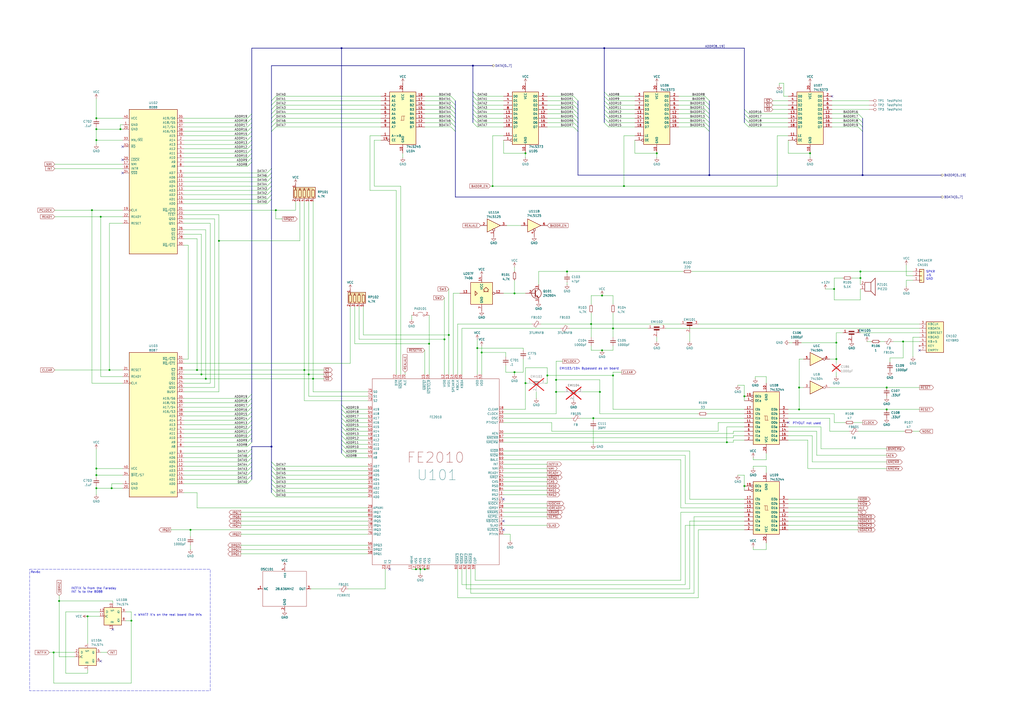
<source format=kicad_sch>
(kicad_sch (version 20231120) (generator "eeschema") (generator_version "8.0")
  (paper "A2")
  (title_block (title "Commodore PC10/CA") (rev "C") (comment 1 "312626") (comment 2 "CPU"))
  (junction (at 55.88 275.59))
  (junction (at 64.77 283.21))
  (junction (at 463.55 224.79))
  (junction (at 322.58 220.345))
  (junction (at 483.87 167.64))
  (junction (at 160.02 121.92))
  (junction (at 31.115 378.46))
  (junction (at 279.4 204.47))
  (junction (at 421.64 256.54))
  (junction (at 523.875 198.12))
  (junction (at 355.6 190.5))
  (junction (at 349.25 203.2))
  (junction (at 411.48 101.6))
  (junction (at 55.88 74.93))
  (junction (at 355.6 217.805))
  (junction (at 500.38 101.6))
  (junction (at 55.88 81.28))
  (junction (at 276.86 201.93))
  (junction (at 127 139.7))
  (junction (at 257.81 196.85))
  (junction (at 317.5 217.805))
  (junction (at 53.34 121.92))
  (junction (at 463.55 237.49))
  (junction (at 243.84 330.2))
  (junction (at 499.11 161.29))
  (junction (at 34.29 348.615))
  (junction (at 260.35 194.31))
  (junction (at 110.49 307.34))
  (junction (at 485.14 198.755))
  (junction (at 157.48 259.08))
  (junction (at 328.93 157.48))
  (junction (at 119.38 219.71))
  (junction (at 322.58 227.33))
  (junction (at 55.88 283.21))
  (junction (at 179.07 217.17))
  (junction (at 116.84 217.17))
  (junction (at 514.35 224.79))
  (junction (at 76.2 360.045))
  (junction (at 241.3 330.2))
  (junction (at 347.98 227.33))
  (junction (at 304.8 222.25))
  (junction (at 55.88 68.58))
  (junction (at 63.5 214.63))
  (junction (at 246.38 330.2))
  (junction (at 298.45 170.18))
  (junction (at 176.53 214.63))
  (junction (at 431.8 281.94))
  (junction (at 181.61 219.71))
  (junction (at 349.25 171.45))
  (junction (at 114.3 214.63))
  (junction (at 431.8 229.87))
  (junction (at 274.32 38.1))
  (junction (at 198.12 27.94))
  (junction (at 361.95 107.95))
  (junction (at 469.9 88.9))
  (junction (at 50.8 357.505))
  (junction (at 298.45 215.9))
  (junction (at 248.92 199.39))
  (junction (at 381 88.9))
  (junction (at 485.14 208.28))
  (junction (at 69.85 74.93))
  (junction (at 304.8 88.9))
  (junction (at 285.75 107.95))
  (junction (at 350.52 27.94))
  (junction (at 342.9 187.96))
  (junction (at 344.17 242.57))
  (junction (at 499.11 157.48))
  (junction (at 58.42 125.73))
  (junction (at 55.88 271.78))
  (junction (at 514.35 237.49))
  (no_connect (at 292.1 302.26))
  (no_connect (at 71.12 92.71))
  (no_connect (at 65.405 365.125))
  (no_connect (at 457.2 245.11))
  (no_connect (at 71.12 85.09))
  (no_connect (at 71.12 100.33))
  (no_connect (at 292.1 307.34))
  (no_connect (at 226.06 330.2))
  (no_connect (at 292.1 289.56))
  (no_connect (at 482.6 55.88))
  (no_connect (at 58.42 383.54))
  (no_connect (at 533.4 203.2))
  (bus_entry (at 350.52 71.12) (size 2.54 2.54))
  (bus_entry (at 350.52 60.96) (size 2.54 2.54))
  (bus_entry (at 146.05 265.43) (size -2.54 2.54))
  (bus_entry (at 500.38 76.2) (size -2.54 -2.54))
  (bus_entry (at 146.05 236.22) (size -2.54 2.54))
  (bus_entry (at 335.28 71.12) (size -2.54 -2.54))
  (bus_entry (at 157.48 63.5) (size 2.54 -2.54))
  (bus_entry (at 157.48 283.21) (size 2.54 2.54))
  (bus_entry (at 411.48 66.04) (size -2.54 -2.54))
  (bus_entry (at 146.05 256.54) (size -2.54 2.54))
  (bus_entry (at 157.48 267.97) (size 2.54 2.54))
  (bus_entry (at 157.48 275.59) (size 2.54 2.54))
  (bus_entry (at 198.12 240.03) (size 2.54 2.54))
  (bus_entry (at 146.05 267.97) (size -2.54 2.54))
  (bus_entry (at 335.28 58.42) (size -2.54 -2.54))
  (bus_entry (at 146.05 246.38) (size -2.54 2.54))
  (bus_entry (at 157.48 100.33) (size -2.54 2.54))
  (bus_entry (at 411.48 60.96) (size -2.54 -2.54))
  (bus_entry (at 264.16 60.96) (size -2.54 -2.54))
  (bus_entry (at 146.05 228.6) (size -2.54 2.54))
  (bus_entry (at 431.8 71.12) (size 2.54 2.54))
  (bus_entry (at 146.05 68.58) (size -2.54 2.54))
  (bus_entry (at 157.48 273.05) (size 2.54 2.54))
  (bus_entry (at 157.48 107.95) (size -2.54 2.54))
  (bus_entry (at 157.48 110.49) (size -2.54 2.54))
  (bus_entry (at 500.38 68.58) (size -2.54 -2.54))
  (bus_entry (at 264.16 76.2) (size -2.54 -2.54))
  (bus_entry (at 146.05 251.46) (size -2.54 2.54))
  (bus_entry (at 264.16 73.66) (size -2.54 -2.54))
  (bus_entry (at 146.05 81.28) (size -2.54 2.54))
  (bus_entry (at 274.32 63.5) (size 2.54 2.54))
  (bus_entry (at 198.12 242.57) (size 2.54 2.54))
  (bus_entry (at 157.48 58.42) (size 2.54 -2.54))
  (bus_entry (at 198.12 245.11) (size 2.54 2.54))
  (bus_entry (at 146.05 248.92) (size -2.54 2.54))
  (bus_entry (at 411.48 71.12) (size -2.54 -2.54))
  (bus_entry (at 146.05 83.82) (size -2.54 2.54))
  (bus_entry (at 146.05 241.3) (size -2.54 2.54))
  (bus_entry (at 146.05 254) (size -2.54 2.54))
  (bus_entry (at 157.48 102.87) (size -2.54 2.54))
  (bus_entry (at 264.16 66.04) (size -2.54 -2.54))
  (bus_entry (at 146.05 93.98) (size -2.54 2.54))
  (bus_entry (at 157.48 68.58) (size 2.54 -2.54))
  (bus_entry (at 335.28 68.58) (size -2.54 -2.54))
  (bus_entry (at 146.05 278.13) (size -2.54 2.54))
  (bus_entry (at 264.16 71.12) (size -2.54 -2.54))
  (bus_entry (at 146.05 262.89) (size -2.54 2.54))
  (bus_entry (at 274.32 60.96) (size 2.54 2.54))
  (bus_entry (at 146.05 76.2) (size -2.54 2.54))
  (bus_entry (at 146.05 78.74) (size -2.54 2.54))
  (bus_entry (at 157.48 270.51) (size 2.54 2.54))
  (bus_entry (at 274.32 66.04) (size 2.54 2.54))
  (bus_entry (at 198.12 252.73) (size 2.54 2.54))
  (bus_entry (at 146.05 231.14) (size -2.54 2.54))
  (bus_entry (at 198.12 257.81) (size 2.54 2.54))
  (bus_entry (at 264.16 63.5) (size -2.54 -2.54))
  (bus_entry (at 146.05 66.04) (size -2.54 2.54))
  (bus_entry (at 198.12 237.49) (size 2.54 2.54))
  (bus_entry (at 335.28 63.5) (size -2.54 -2.54))
  (bus_entry (at 146.05 91.44) (size -2.54 2.54))
  (bus_entry (at 157.48 76.2) (size 2.54 -2.54))
  (bus_entry (at 264.16 68.58) (size -2.54 -2.54))
  (bus_entry (at 350.52 68.58) (size 2.54 2.54))
  (bus_entry (at 335.28 60.96) (size -2.54 -2.54))
  (bus_entry (at 146.05 88.9) (size -2.54 2.54))
  (bus_entry (at 157.48 97.79) (size -2.54 2.54))
  (bus_entry (at 274.32 55.88) (size 2.54 2.54))
  (bus_entry (at 335.28 76.2) (size -2.54 -2.54))
  (bus_entry (at 431.8 66.04) (size 2.54 2.54))
  (bus_entry (at 157.48 278.13) (size 2.54 2.54))
  (bus_entry (at 198.12 250.19) (size 2.54 2.54))
  (bus_entry (at 157.48 71.12) (size 2.54 -2.54))
  (bus_entry (at 500.38 73.66) (size -2.54 -2.54))
  (bus_entry (at 431.8 63.5) (size 2.54 2.54))
  (bus_entry (at 146.05 233.68) (size -2.54 2.54))
  (bus_entry (at 411.48 63.5) (size -2.54 -2.54))
  (bus_entry (at 431.8 68.58) (size 2.54 2.54))
  (bus_entry (at 264.16 58.42) (size -2.54 -2.54))
  (bus_entry (at 146.05 238.76) (size -2.54 2.54))
  (bus_entry (at 411.48 68.58) (size -2.54 -2.54))
  (bus_entry (at 350.52 53.34) (size 2.54 2.54))
  (bus_entry (at 146.05 71.12) (size -2.54 2.54))
  (bus_entry (at 146.05 273.05) (size -2.54 2.54))
  (bus_entry (at 157.48 285.75) (size 2.54 2.54))
  (bus_entry (at 411.48 58.42) (size -2.54 -2.54))
  (bus_entry (at 411.48 73.66) (size -2.54 -2.54))
  (bus_entry (at 274.32 53.34) (size 2.54 2.54))
  (bus_entry (at 198.12 234.95) (size 2.54 2.54))
  (bus_entry (at 157.48 105.41) (size -2.54 2.54))
  (bus_entry (at 157.48 280.67) (size 2.54 2.54))
  (bus_entry (at 157.48 60.96) (size 2.54 -2.54))
  (bus_entry (at 198.12 262.89) (size 2.54 2.54))
  (bus_entry (at 350.52 58.42) (size 2.54 2.54))
  (bus_entry (at 157.48 66.04) (size 2.54 -2.54))
  (bus_entry (at 350.52 63.5) (size 2.54 2.54))
  (bus_entry (at 146.05 86.36) (size -2.54 2.54))
  (bus_entry (at 146.05 73.66) (size -2.54 2.54))
  (bus_entry (at 146.05 243.84) (size -2.54 2.54))
  (bus_entry (at 335.28 73.66) (size -2.54 -2.54))
  (bus_entry (at 274.32 58.42) (size 2.54 2.54))
  (bus_entry (at 146.05 270.51) (size -2.54 2.54))
  (bus_entry (at 198.12 247.65) (size 2.54 2.54))
  (bus_entry (at 198.12 260.35) (size 2.54 2.54))
  (bus_entry (at 157.48 115.57) (size -2.54 2.54))
  (bus_entry (at 157.48 73.66) (size 2.54 -2.54))
  (bus_entry (at 411.48 76.2) (size -2.54 -2.54))
  (bus_entry (at 146.05 260.35) (size -2.54 2.54))
  (bus_entry (at 500.38 71.12) (size -2.54 -2.54))
  (bus_entry (at 146.05 275.59) (size -2.54 2.54))
  (bus_entry (at 274.32 68.58) (size 2.54 2.54))
  (bus_entry (at 274.32 71.12) (size 2.54 2.54))
  (bus_entry (at 157.48 113.03) (size -2.54 2.54))
  (bus_entry (at 350.52 55.88) (size 2.54 2.54))
  (bus_entry (at 350.52 66.04) (size 2.54 2.54))
  (bus_entry (at 335.28 66.04) (size -2.54 -2.54))
  (bus_entry (at 198.12 255.27) (size 2.54 2.54))
  (wire (pts (xy 217.17 107.95) (xy 232.41 107.95)))
  (wire (pts (xy 292.1 251.46) (xy 425.45 251.46)))
  (bus (pts (xy 146.05 275.59) (xy 146.05 273.05)))
  (wire (pts (xy 425.45 256.54) (xy 425.45 255.27)))
  (bus (pts (xy 264.16 66.04) (xy 264.16 68.58)))
  (wire (pts (xy 436.88 271.78) (xy 436.88 270.51)))
  (wire (pts (xy 393.7 63.5) (xy 408.94 63.5)))
  (wire (pts (xy 485.14 193.04) (xy 485.14 198.755)))
  (wire (pts (xy 110.49 307.34) (xy 213.36 307.34)))
  (wire (pts (xy 246.38 60.96) (xy 261.62 60.96)))
  (wire (pts (xy 246.38 330.2) (xy 248.92 330.2)))
  (wire (pts (xy 276.86 68.58) (xy 292.1 68.58)))
  (wire (pts (xy 181.61 219.71) (xy 181.61 227.33)))
  (bus (pts (xy 146.05 265.43) (xy 146.05 262.89)))
  (wire (pts (xy 482.6 68.58) (xy 497.84 68.58)))
  (wire (pts (xy 143.51 88.9) (xy 106.68 88.9)))
  (wire (pts (xy 181.61 219.71) (xy 187.96 219.71)))
  (wire (pts (xy 457.2 247.65) (xy 476.25 247.65)))
  (wire (pts (xy 436.88 270.51) (xy 444.5 270.51)))
  (wire (pts (xy 293.37 204.47) (xy 279.4 204.47)))
  (wire (pts (xy 464.82 198.755) (xy 485.14 198.755)))
  (wire (pts (xy 394.97 336.55) (xy 394.97 297.18)))
  (wire (pts (xy 55.88 81.28) (xy 55.88 74.93)))
  (bus (pts (xy 146.05 256.54) (xy 146.05 254)))
  (wire (pts (xy 257.81 172.72) (xy 257.81 196.85)))
  (wire (pts (xy 344.17 248.92) (xy 344.17 257.81)))
  (wire (pts (xy 322.58 240.03) (xy 322.58 227.33)))
  (wire (pts (xy 355.6 215.9) (xy 360.68 215.9)))
  (wire (pts (xy 179.07 217.17) (xy 179.07 229.87)))
  (bus (pts (xy 431.8 66.04) (xy 431.8 63.5)))
  (bus (pts (xy 157.48 115.57) (xy 157.48 113.03)))
  (bus (pts (xy 274.32 60.96) (xy 274.32 58.42)))
  (bus (pts (xy 198.12 260.35) (xy 198.12 257.81)))
  (wire (pts (xy 416.56 250.19) (xy 416.56 245.11)))
  (bus (pts (xy 274.32 55.88) (xy 274.32 53.34)))
  (wire (pts (xy 402.59 299.72) (xy 431.8 299.72)))
  (wire (pts (xy 402.59 299.72) (xy 402.59 344.17)))
  (wire (pts (xy 355.6 190.5) (xy 355.6 195.58)))
  (wire (pts (xy 448.31 60.96) (xy 457.2 60.96)))
  (wire (pts (xy 336.55 242.57) (xy 344.17 242.57)))
  (wire (pts (xy 55.88 57.15) (xy 55.88 68.58)))
  (wire (pts (xy 160.02 55.88) (xy 220.98 55.88)))
  (wire (pts (xy 292.1 269.24) (xy 317.5 269.24)))
  (wire (pts (xy 497.84 250.19) (xy 524.51 250.19)))
  (wire (pts (xy 55.88 283.21) (xy 55.88 287.02)))
  (wire (pts (xy 425.45 250.19) (xy 431.8 250.19)))
  (wire (pts (xy 106.68 138.43) (xy 114.3 138.43)))
  (wire (pts (xy 64.77 280.67) (xy 64.77 283.21)))
  (wire (pts (xy 53.34 121.92) (xy 53.34 222.25)))
  (wire (pts (xy 457.2 252.73) (xy 471.17 252.73)))
  (wire (pts (xy 292.1 276.86) (xy 317.5 276.86)))
  (wire (pts (xy 457.2 294.64) (xy 497.84 294.64)))
  (wire (pts (xy 31.75 97.79) (xy 71.12 97.79)))
  (wire (pts (xy 355.6 181.61) (xy 355.6 190.5)))
  (wire (pts (xy 276.86 60.96) (xy 292.1 60.96)))
  (bus (pts (xy 198.12 255.27) (xy 198.12 252.73)))
  (wire (pts (xy 499.11 167.64) (xy 499.11 173.99)))
  (wire (pts (xy 444.5 318.77) (xy 444.5 314.96)))
  (wire (pts (xy 431.8 247.65) (xy 421.64 247.65)))
  (wire (pts (xy 425.45 254) (xy 425.45 252.73)))
  (wire (pts (xy 298.45 162.56) (xy 298.45 170.18)))
  (bus (pts (xy 264.16 63.5) (xy 264.16 66.04)))
  (wire (pts (xy 34.29 348.615) (xy 34.29 381)))
  (wire (pts (xy 99.06 307.34) (xy 110.49 307.34)))
  (wire (pts (xy 499.11 157.48) (xy 529.59 157.48)))
  (wire (pts (xy 114.3 214.63) (xy 176.53 214.63)))
  (wire (pts (xy 295.91 309.88) (xy 292.1 309.88)))
  (wire (pts (xy 469.9 91.44) (xy 469.9 88.9)))
  (wire (pts (xy 317.5 60.96) (xy 332.74 60.96)))
  (wire (pts (xy 106.68 210.82) (xy 203.2 210.82)))
  (wire (pts (xy 292.1 264.16) (xy 397.51 264.16)))
  (wire (pts (xy 298.45 170.18) (xy 304.8 170.18)))
  (bus (pts (xy 350.52 63.5) (xy 350.52 60.96)))
  (wire (pts (xy 292.1 261.62) (xy 400.05 261.62)))
  (wire (pts (xy 200.66 242.57) (xy 213.36 242.57)))
  (wire (pts (xy 344.17 243.84) (xy 344.17 242.57)))
  (bus (pts (xy 198.12 250.19) (xy 198.12 247.65)))
  (bus (pts (xy 146.05 278.13) (xy 146.05 275.59)))
  (wire (pts (xy 499.11 157.48) (xy 499.11 161.29)))
  (wire (pts (xy 143.51 248.92) (xy 106.68 248.92)))
  (wire (pts (xy 200.66 250.19) (xy 213.36 250.19)))
  (wire (pts (xy 468.63 255.27) (xy 468.63 271.78)))
  (bus (pts (xy 335.28 58.42) (xy 335.28 60.96)))
  (wire (pts (xy 317.5 71.12) (xy 332.74 71.12)))
  (wire (pts (xy 298.45 215.9) (xy 303.53 215.9)))
  (bus (pts (xy 198.12 240.03) (xy 198.12 237.49)))
  (wire (pts (xy 434.34 68.58) (xy 457.2 68.58)))
  (bus (pts (xy 157.48 102.87) (xy 157.48 100.33)))
  (wire (pts (xy 448.31 63.5) (xy 457.2 63.5)))
  (wire (pts (xy 160.02 270.51) (xy 213.36 270.51)))
  (wire (pts (xy 471.17 267.97) (xy 514.35 267.97)))
  (wire (pts (xy 292.1 170.18) (xy 298.45 170.18)))
  (wire (pts (xy 265.43 330.2) (xy 265.43 346.71)))
  (bus (pts (xy 198.12 245.11) (xy 198.12 247.65)))
  (wire (pts (xy 119.38 133.35) (xy 119.38 219.71)))
  (wire (pts (xy 200.66 257.81) (xy 213.36 257.81)))
  (wire (pts (xy 355.6 217.805) (xy 355.6 215.9)))
  (wire (pts (xy 233.68 91.44) (xy 233.68 88.9)))
  (bus (pts (xy 350.52 27.94) (xy 198.12 27.94)))
  (wire (pts (xy 292.1 304.8) (xy 317.5 304.8)))
  (wire (pts (xy 312.42 165.1) (xy 312.42 157.48)))
  (bus (pts (xy 264.16 76.2) (xy 264.16 114.3)))
  (bus (pts (xy 500.38 101.6) (xy 546.1 101.6)))
  (wire (pts (xy 330.2 190.5) (xy 355.6 190.5)))
  (wire (pts (xy 143.51 243.84) (xy 106.68 243.84)))
  (bus (pts (xy 350.52 68.58) (xy 350.52 66.04)))
  (bus (pts (xy 274.32 66.04) (xy 274.32 63.5)))
  (bus (pts (xy 157.48 66.04) (xy 157.48 68.58)))
  (bus (pts (xy 264.16 73.66) (xy 264.16 76.2)))
  (wire (pts (xy 397.51 264.16) (xy 397.51 292.1)))
  (wire (pts (xy 463.55 237.49) (xy 514.35 237.49)))
  (wire (pts (xy 143.51 265.43) (xy 106.68 265.43)))
  (bus (pts (xy 264.16 68.58) (xy 264.16 71.12)))
  (wire (pts (xy 55.88 275.59) (xy 55.88 271.78)))
  (wire (pts (xy 463.55 208.28) (xy 466.09 208.28)))
  (bus (pts (xy 146.05 246.38) (xy 146.05 243.84)))
  (wire (pts (xy 55.88 281.94) (xy 55.88 283.21)))
  (wire (pts (xy 124.46 127) (xy 124.46 224.79)))
  (wire (pts (xy 273.05 344.17) (xy 402.59 344.17)))
  (wire (pts (xy 176.53 116.84) (xy 176.53 214.63)))
  (wire (pts (xy 328.93 158.75) (xy 328.93 157.48)))
  (wire (pts (xy 143.51 254) (xy 106.68 254)))
  (wire (pts (xy 322.58 209.55) (xy 326.39 209.55)))
  (wire (pts (xy 292.1 274.32) (xy 317.5 274.32)))
  (wire (pts (xy 317.5 55.88) (xy 332.74 55.88)))
  (bus (pts (xy 146.05 231.14) (xy 146.05 228.6)))
  (bus (pts (xy 146.05 83.82) (xy 146.05 81.28)))
  (wire (pts (xy 160.02 66.04) (xy 220.98 66.04)))
  (wire (pts (xy 213.36 232.41) (xy 176.53 232.41)))
  (wire (pts (xy 154.94 102.87) (xy 106.68 102.87)))
  (wire (pts (xy 267.97 330.2) (xy 267.97 339.09)))
  (bus (pts (xy 431.8 68.58) (xy 431.8 66.04)))
  (wire (pts (xy 276.86 73.66) (xy 292.1 73.66)))
  (wire (pts (xy 205.74 177.8) (xy 205.74 199.39)))
  (wire (pts (xy 292.1 245.11) (xy 320.04 245.11)))
  (wire (pts (xy 410.21 240.03) (xy 431.8 240.03)))
  (wire (pts (xy 143.51 251.46) (xy 106.68 251.46)))
  (bus (pts (xy 350.52 55.88) (xy 350.52 53.34)))
  (wire (pts (xy 353.06 68.58) (xy 368.3 68.58)))
  (wire (pts (xy 119.38 219.71) (xy 106.68 219.71)))
  (wire (pts (xy 50.8 373.38) (xy 50.8 357.505)))
  (bus (pts (xy 146.05 270.51) (xy 146.05 267.97)))
  (wire (pts (xy 292.1 297.18) (xy 317.5 297.18)))
  (wire (pts (xy 106.68 142.24) (xy 109.22 142.24)))
  (wire (pts (xy 482.6 66.04) (xy 497.84 66.04)))
  (wire (pts (xy 401.32 157.48) (xy 499.11 157.48)))
  (bus (pts (xy 350.52 71.12) (xy 350.52 68.58)))
  (wire (pts (xy 63.5 214.63) (xy 71.12 214.63)))
  (bus (pts (xy 411.48 71.12) (xy 411.48 73.66)))
  (wire (pts (xy 110.49 318.77) (xy 110.49 316.23)))
  (wire (pts (xy 65.405 348.615) (xy 65.405 349.885)))
  (bus (pts (xy 500.38 68.58) (xy 500.38 71.12)))
  (wire (pts (xy 143.51 236.22) (xy 106.68 236.22)))
  (bus (pts (xy 198.12 27.94) (xy 146.05 27.94)))
  (bus (pts (xy 146.05 238.76) (xy 146.05 241.3)))
  (wire (pts (xy 200.66 255.27) (xy 213.36 255.27)))
  (wire (pts (xy 317.5 213.36) (xy 317.5 217.805)))
  (bus (pts (xy 431.8 27.94) (xy 350.52 27.94)))
  (wire (pts (xy 405.13 307.34) (xy 431.8 307.34)))
  (wire (pts (xy 485.14 198.755) (xy 485.14 208.28)))
  (wire (pts (xy 322.58 227.33) (xy 322.58 220.345)))
  (wire (pts (xy 176.53 214.63) (xy 187.96 214.63)))
  (wire (pts (xy 114.3 294.64) (xy 213.36 294.64)))
  (wire (pts (xy 349.25 203.2) (xy 342.9 203.2)))
  (wire (pts (xy 488.95 193.04) (xy 485.14 193.04)))
  (wire (pts (xy 71.12 275.59) (xy 55.88 275.59)))
  (bus (pts (xy 146.05 88.9) (xy 146.05 86.36)))
  (wire (pts (xy 499.11 161.29) (xy 499.11 165.1)))
  (wire (pts (xy 393.7 68.58) (xy 408.94 68.58)))
  (wire (pts (xy 516.255 210.185) (xy 516.255 207.645)))
  (wire (pts (xy 400.05 302.26) (xy 431.8 302.26)))
  (wire (pts (xy 71.12 218.44) (xy 58.42 218.44)))
  (wire (pts (xy 71.12 283.21) (xy 64.77 283.21)))
  (wire (pts (xy 139.7 321.31) (xy 213.36 321.31)))
  (wire (pts (xy 381 91.44) (xy 381 88.9)))
  (wire (pts (xy 303.53 215.9) (xy 303.53 208.28)))
  (bus (pts (xy 146.05 254) (xy 146.05 251.46)))
  (wire (pts (xy 143.51 262.89) (xy 106.68 262.89)))
  (wire (pts (xy 425.45 251.46) (xy 425.45 250.19)))
  (wire (pts (xy 143.51 78.74) (xy 106.68 78.74)))
  (wire (pts (xy 471.17 252.73) (xy 471.17 267.97)))
  (wire (pts (xy 457.2 292.1) (xy 497.84 292.1)))
  (wire (pts (xy 160.02 127) (xy 163.83 127)))
  (wire (pts (xy 143.51 270.51) (xy 106.68 270.51)))
  (wire (pts (xy 397.51 304.8) (xy 431.8 304.8)))
  (wire (pts (xy 292.1 279.4) (xy 317.5 279.4)))
  (wire (pts (xy 292.1 78.74) (xy 285.75 78.74)))
  (bus (pts (xy 274.32 38.1) (xy 157.48 38.1)))
  (wire (pts (xy 179.07 217.17) (xy 187.96 217.17)))
  (wire (pts (xy 328.93 157.48) (xy 396.24 157.48)))
  (wire (pts (xy 160.02 275.59) (xy 213.36 275.59)))
  (bus (pts (xy 198.12 257.81) (xy 198.12 255.27)))
  (wire (pts (xy 106.68 127) (xy 124.46 127)))
  (wire (pts (xy 160.02 278.13) (xy 213.36 278.13)))
  (wire (pts (xy 55.88 74.93) (xy 69.85 74.93)))
  (bus (pts (xy 157.48 38.1) (xy 157.48 58.42)))
  (wire (pts (xy 121.92 222.25) (xy 106.68 222.25)))
  (wire (pts (xy 154.94 100.33) (xy 106.68 100.33)))
  (wire (pts (xy 492.76 250.19) (xy 481.33 250.19)))
  (wire (pts (xy 267.97 339.09) (xy 397.51 339.09)))
  (wire (pts (xy 304.8 222.25) (xy 304.8 213.36)))
  (wire (pts (xy 276.86 66.04) (xy 292.1 66.04)))
  (wire (pts (xy 457.2 299.72) (xy 497.84 299.72)))
  (wire (pts (xy 494.03 161.29) (xy 499.11 161.29)))
  (wire (pts (xy 427.99 275.59) (xy 431.8 275.59)))
  (wire (pts (xy 114.3 214.63) (xy 106.68 214.63)))
  (wire (pts (xy 276.86 201.93) (xy 276.86 217.17)))
  (wire (pts (xy 421.64 247.65) (xy 421.64 256.54)))
  (wire (pts (xy 71.12 81.28) (xy 55.88 81.28)))
  (wire (pts (xy 171.45 116.84) (xy 171.45 121.92)))
  (wire (pts (xy 200.66 262.89) (xy 213.36 262.89)))
  (wire (pts (xy 275.59 330.2) (xy 275.59 336.55)))
  (wire (pts (xy 143.51 246.38) (xy 106.68 246.38)))
  (wire (pts (xy 483.87 240.03) (xy 483.87 245.11)))
  (wire (pts (xy 267.97 217.17) (xy 267.97 190.5)))
  (wire (pts (xy 276.86 71.12) (xy 292.1 71.12)))
  (wire (pts (xy 355.6 217.805) (xy 355.6 237.49)))
  (wire (pts (xy 454.66 48.26) (xy 452.12 48.26)))
  (wire (pts (xy 457.2 304.8) (xy 497.84 304.8)))
  (wire (pts (xy 71.12 271.78) (xy 55.88 271.78)))
  (wire (pts (xy 303.53 201.93) (xy 303.53 203.2)))
  (wire (pts (xy 514.35 224.79) (xy 533.4 224.79)))
  (wire (pts (xy 342.9 176.53) (xy 342.9 171.45)))
  (wire (pts (xy 393.7 55.88) (xy 408.94 55.88)))
  (wire (pts (xy 28.575 378.46) (xy 31.115 378.46)))
  (bus (pts (xy 411.48 63.5) (xy 411.48 66.04)))
  (wire (pts (xy 55.88 260.35) (xy 55.88 271.78)))
  (wire (pts (xy 316.23 222.25) (xy 317.5 222.25)))
  (wire (pts (xy 229.87 110.49) (xy 229.87 217.17)))
  (wire (pts (xy 436.88 317.5) (xy 436.88 318.77)))
  (bus (pts (xy 146.05 27.94) (xy 146.05 66.04)))
  (wire (pts (xy 353.06 63.5) (xy 368.3 63.5)))
  (wire (pts (xy 64.77 283.21) (xy 55.88 283.21)))
  (wire (pts (xy 499.11 193.04) (xy 533.4 193.04)))
  (bus (pts (xy 350.52 53.34) (xy 350.52 27.94)))
  (wire (pts (xy 355.6 237.49) (xy 431.8 237.49)))
  (wire (pts (xy 292.1 81.28) (xy 292.1 88.9)))
  (wire (pts (xy 434.34 71.12) (xy 457.2 71.12)))
  (wire (pts (xy 143.51 233.68) (xy 106.68 233.68)))
  (wire (pts (xy 143.51 241.3) (xy 106.68 241.3)))
  (wire (pts (xy 106.68 129.54) (xy 121.92 129.54)))
  (wire (pts (xy 248.92 199.39) (xy 248.92 217.17)))
  (wire (pts (xy 58.42 125.73) (xy 58.42 218.44)))
  (wire (pts (xy 292.1 237.49) (xy 304.8 237.49)))
  (wire (pts (xy 353.06 71.12) (xy 368.3 71.12)))
  (wire (pts (xy 468.63 271.78) (xy 514.35 271.78)))
  (bus (pts (xy 146.05 260.35) (xy 146.05 259.08)))
  (wire (pts (xy 381 198.12) (xy 381 195.58)))
  (wire (pts (xy 179.07 116.84) (xy 179.07 217.17)))
  (wire (pts (xy 298.45 217.17) (xy 298.45 215.9)))
  (bus (pts (xy 157.48 105.41) (xy 157.48 102.87)))
  (wire (pts (xy 294.005 130.81) (xy 302.26 130.81)))
  (wire (pts (xy 55.88 73.66) (xy 55.88 74.93)))
  (wire (pts (xy 106.68 285.75) (xy 114.3 285.75)))
  (wire (pts (xy 292.1 284.48) (xy 317.5 284.48)))
  (wire (pts (xy 421.64 256.54) (xy 425.45 256.54)))
  (wire (pts (xy 510.54 198.12) (xy 513.08 198.12)))
  (bus (pts (xy 146.05 71.12) (xy 146.05 68.58)))
  (wire (pts (xy 353.06 66.04) (xy 368.3 66.04)))
  (bus (pts (xy 274.32 71.12) (xy 274.32 68.58)))
  (bus (pts (xy 157.48 76.2) (xy 157.48 97.79)))
  (wire (pts (xy 232.41 107.95) (xy 232.41 217.17)))
  (wire (pts (xy 311.15 231.14) (xy 311.15 227.33)))
  (wire (pts (xy 481.33 208.28) (xy 485.14 208.28)))
  (wire (pts (xy 38.1 354.965) (xy 38.1 390.525)))
  (wire (pts (xy 502.92 198.12) (xy 505.46 198.12)))
  (wire (pts (xy 525.78 153.67) (xy 525.78 160.02)))
  (wire (pts (xy 483.87 245.11) (xy 490.22 245.11)))
  (wire (pts (xy 457.2 81.28) (xy 457.2 88.9)))
  (wire (pts (xy 457.2 78.74) (xy 450.85 78.74)))
  (wire (pts (xy 317.5 217.805) (xy 355.6 217.805)))
  (wire (pts (xy 355.6 203.2) (xy 349.25 203.2)))
  (wire (pts (xy 127 124.46) (xy 127 139.7)))
  (wire (pts (xy 246.38 73.66) (xy 261.62 73.66)))
  (wire (pts (xy 265.43 346.71) (xy 405.13 346.71)))
  (bus (pts (xy 335.28 101.6) (xy 411.48 101.6)))
  (wire (pts (xy 210.82 194.31) (xy 260.35 194.31)))
  (wire (pts (xy 431.8 232.41) (xy 431.8 229.87)))
  (wire (pts (xy 400.05 198.12) (xy 400.05 193.04)))
  (wire (pts (xy 276.86 55.88) (xy 292.1 55.88)))
  (bus (pts (xy 500.38 71.12) (xy 500.38 73.66)))
  (wire (pts (xy 473.71 250.19) (xy 473.71 264.16)))
  (wire (pts (xy 293.37 215.9) (xy 298.45 215.9)))
  (wire (pts (xy 246.38 66.04) (xy 261.62 66.04)))
  (bus (pts (xy 157.48 267.97) (xy 157.48 270.51)))
  (bus (pts (xy 146.05 73.66) (xy 146.05 71.12)))
  (wire (pts (xy 119.38 219.71) (xy 181.61 219.71)))
  (bus (pts (xy 274.32 38.1) (xy 285.75 38.1)))
  (wire (pts (xy 457.2 289.56) (xy 497.84 289.56)))
  (wire (pts (xy 425.45 252.73) (xy 431.8 252.73)))
  (bus (pts (xy 157.48 113.03) (xy 157.48 110.49)))
  (wire (pts (xy 495.3 245.11) (xy 500.38 245.11)))
  (wire (pts (xy 200.66 247.65) (xy 213.36 247.65)))
  (wire (pts (xy 200.66 260.35) (xy 213.36 260.35)))
  (wire (pts (xy 483.87 161.29) (xy 488.95 161.29)))
  (wire (pts (xy 257.81 196.85) (xy 208.28 196.85)))
  (wire (pts (xy 243.84 330.2) (xy 246.38 330.2)))
  (wire (pts (xy 327.66 227.33) (xy 322.58 227.33)))
  (wire (pts (xy 154.94 113.03) (xy 106.68 113.03)))
  (wire (pts (xy 220.98 78.74) (xy 214.63 78.74)))
  (wire (pts (xy 514.35 237.49) (xy 533.4 237.49)))
  (bus (pts (xy 198.12 252.73) (xy 198.12 250.19)))
  (wire (pts (xy 317.5 63.5) (xy 332.74 63.5)))
  (wire (pts (xy 295.91 313.69) (xy 295.91 309.88)))
  (wire (pts (xy 217.17 81.28) (xy 217.17 107.95)))
  (wire (pts (xy 139.7 316.23) (xy 213.36 316.23)))
  (wire (pts (xy 53.34 121.92) (xy 71.12 121.92)))
  (wire (pts (xy 223.52 330.2) (xy 223.52 341.63)))
  (bus (pts (xy 146.05 68.58) (xy 146.05 66.04)))
  (bus (pts (xy 146.05 73.66) (xy 146.05 76.2)))
  (wire (pts (xy 457.2 302.26) (xy 497.84 302.26)))
  (wire (pts (xy 200.66 245.11) (xy 213.36 245.11)))
  (bus (pts (xy 146.05 91.44) (xy 146.05 88.9)))
  (wire (pts (xy 160.02 283.21) (xy 213.36 283.21)))
  (wire (pts (xy 76.2 360.045) (xy 73.025 360.045)))
  (wire (pts (xy 160.02 121.92) (xy 106.68 121.92)))
  (wire (pts (xy 457.2 307.34) (xy 497.84 307.34)))
  (wire (pts (xy 400.05 289.56) (xy 431.8 289.56)))
  (bus (pts (xy 198.12 237.49) (xy 198.12 234.95)))
  (bus (pts (xy 431.8 71.12) (xy 431.8 68.58)))
  (bus (pts (xy 157.48 115.57) (xy 157.48 259.08)))
  (wire (pts (xy 322.58 220.345) (xy 347.98 220.345)))
  (wire (pts (xy 267.97 190.5) (xy 325.12 190.5)))
  (wire (pts (xy 284.48 107.95) (xy 285.75 107.95)))
  (bus (pts (xy 157.48 58.42) (xy 157.48 60.96)))
  (wire (pts (xy 201.93 341.63) (xy 223.52 341.63)))
  (wire (pts (xy 481.33 242.57) (xy 457.2 242.57)))
  (bus (pts (xy 157.48 278.13) (xy 157.48 280.67)))
  (wire (pts (xy 529.59 160.02) (xy 525.78 160.02)))
  (wire (pts (xy 200.66 237.49) (xy 213.36 237.49)))
  (wire (pts (xy 160.02 288.29) (xy 213.36 288.29)))
  (bus (pts (xy 198.12 262.89) (xy 198.12 260.35)))
  (bus (pts (xy 146.05 243.84) (xy 146.05 241.3)))
  (wire (pts (xy 143.51 238.76) (xy 106.68 238.76)))
  (wire (pts (xy 304.8 222.25) (xy 306.07 222.25)))
  (wire (pts (xy 246.38 55.88) (xy 261.62 55.88)))
  (wire (pts (xy 394.97 294.64) (xy 431.8 294.64)))
  (bus (pts (xy 157.48 259.08) (xy 157.48 267.97)))
  (wire (pts (xy 71.12 129.54) (xy 63.5 129.54)))
  (wire (pts (xy 127 227.33) (xy 106.68 227.33)))
  (wire (pts (xy 246.38 68.58) (xy 261.62 68.58)))
  (bus (pts (xy 157.48 283.21) (xy 157.48 285.75)))
  (wire (pts (xy 292.1 299.72) (xy 317.5 299.72)))
  (wire (pts (xy 246.38 63.5) (xy 261.62 63.5)))
  (wire (pts (xy 76.2 360.045) (xy 76.2 396.24)))
  (wire (pts (xy 342.9 203.2) (xy 342.9 200.66)))
  (wire (pts (xy 292.1 287.02) (xy 317.5 287.02)))
  (wire (pts (xy 160.02 71.12) (xy 220.98 71.12)))
  (wire (pts (xy 436.88 265.43) (xy 436.88 266.7)))
  (wire (pts (xy 444.5 218.44) (xy 444.5 222.25)))
  (wire (pts (xy 246.38 71.12) (xy 261.62 71.12)))
  (wire (pts (xy 31.75 214.63) (xy 63.5 214.63)))
  (wire (pts (xy 266.7 170.18) (xy 262.89 170.18)))
  (wire (pts (xy 31.75 121.92) (xy 53.34 121.92)))
  (wire (pts (xy 241.3 330.2) (xy 243.84 330.2)))
  (wire (pts (xy 34.29 345.44) (xy 34.29 348.615)))
  (wire (pts (xy 353.06 73.66) (xy 368.3 73.66)))
  (wire (pts (xy 143.51 280.67) (xy 106.68 280.67)))
  (wire (pts (xy 243.84 332.74) (xy 243.84 330.2)))
  (wire (pts (xy 481.33 250.19) (xy 481.33 242.57)))
  (wire (pts (xy 116.84 217.17) (xy 106.68 217.17)))
  (wire (pts (xy 304.8 91.44) (xy 304.8 88.9)))
  (wire (pts (xy 139.7 309.88) (xy 213.36 309.88)))
  (wire (pts (xy 106.68 135.89) (xy 116.84 135.89)))
  (wire (pts (xy 483.87 173.99) (xy 499.11 173.99)))
  (wire (pts (xy 214.63 110.49) (xy 229.87 110.49)))
  (bus (pts (xy 157.48 71.12) (xy 157.48 73.66)))
  (wire (pts (xy 292.1 266.7) (xy 394.97 266.7)))
  (wire (pts (xy 55.88 275.59) (xy 55.88 276.86)))
  (wire (pts (xy 53.34 222.25) (xy 71.12 222.25)))
  (bus (pts (xy 264.16 58.42) (xy 264.16 60.96)))
  (bus (pts (xy 274.32 68.58) (xy 274.32 66.04)))
  (wire (pts (xy 276.86 63.5) (xy 292.1 63.5)))
  (bus (pts (xy 146.05 93.98) (xy 146.05 91.44)))
  (wire (pts (xy 213.36 229.87) (xy 179.07 229.87)))
  (wire (pts (xy 139.7 302.26) (xy 213.36 302.26)))
  (wire (pts (xy 160.02 73.66) (xy 220.98 73.66)))
  (wire (pts (xy 386.08 190.5) (xy 533.4 190.5)))
  (bus (pts (xy 146.05 233.68) (xy 146.05 231.14)))
  (wire (pts (xy 160.02 285.75) (xy 213.36 285.75)))
  (wire (pts (xy 276.86 201.93) (xy 303.53 201.93)))
  (wire (pts (xy 368.3 88.9) (xy 381 88.9)))
  (wire (pts (xy 109.22 208.28) (xy 106.68 208.28)))
  (wire (pts (xy 50.8 357.505) (xy 57.785 357.505)))
  (wire (pts (xy 143.51 86.36) (xy 106.68 86.36)))
  (wire (pts (xy 457.2 240.03) (xy 483.87 240.03)))
  (wire (pts (xy 109.22 142.24) (xy 109.22 208.28)))
  (wire (pts (xy 393.7 71.12) (xy 408.94 71.12)))
  (wire (pts (xy 270.51 341.63) (xy 400.05 341.63)))
  (wire (pts (xy 361.95 78.74) (xy 361.95 107.95)))
  (wire (pts (xy 444.5 270.51) (xy 444.5 274.32)))
  (bus (pts (xy 264.16 114.3) (xy 546.1 114.3)))
  (bus (pts (xy 146.05 93.98) (xy 146.05 228.6)))
  (wire (pts (xy 483.87 173.99) (xy 483.87 167.64)))
  (wire (pts (xy 416.56 245.11) (xy 431.8 245.11)))
  (wire (pts (xy 485.14 208.28) (xy 485.14 210.82)))
  (wire (pts (xy 353.06 58.42) (xy 368.3 58.42)))
  (wire (pts (xy 393.7 58.42) (xy 408.94 58.42)))
  (wire (pts (xy 292.1 292.1) (xy 317.5 292.1)))
  (wire (pts (xy 483.87 167.64) (xy 483.87 161.29)))
  (bus (pts (xy 157.48 100.33) (xy 157.48 97.79)))
  (bus (pts (xy 146.05 259.08) (xy 157.48 259.08)))
  (wire (pts (xy 262.89 170.18) (xy 262.89 217.17)))
  (wire (pts (xy 238.76 330.2) (xy 241.3 330.2)))
  (wire (pts (xy 400.05 261.62) (xy 400.05 289.56)))
  (wire (pts (xy 160.02 68.58) (xy 220.98 68.58)))
  (wire (pts (xy 425.45 255.27) (xy 431.8 255.27)))
  (bus (pts (xy 335.28 76.2) (xy 335.28 101.6)))
  (wire (pts (xy 143.51 267.97) (xy 106.68 267.97)))
  (wire (pts (xy 143.51 81.28) (xy 106.68 81.28)))
  (bus (pts (xy 198.12 242.57) (xy 198.12 245.11)))
  (wire (pts (xy 355.6 190.5) (xy 375.92 190.5)))
  (wire (pts (xy 476.25 247.65) (xy 476.25 260.35)))
  (wire (pts (xy 529.59 250.19) (xy 533.4 250.19)))
  (wire (pts (xy 482.6 58.42) (xy 504.19 58.42)))
  (wire (pts (xy 257.81 217.17) (xy 257.81 196.85)))
  (bus (pts (xy 411.48 101.6) (xy 500.38 101.6)))
  (wire (pts (xy 160.02 273.05) (xy 213.36 273.05)))
  (wire (pts (xy 304.8 222.25) (xy 304.8 237.49)))
  (wire (pts (xy 238.76 185.42) (xy 238.76 182.88)))
  (wire (pts (xy 110.49 311.15) (xy 110.49 307.34)))
  (wire (pts (xy 393.7 66.04) (xy 408.94 66.04)))
  (wire (pts (xy 69.85 74.93) (xy 71.12 74.93)))
  (wire (pts (xy 121.92 129.54) (xy 121.92 222.25)))
  (wire (pts (xy 58.42 125.73) (xy 71.12 125.73)))
  (wire (pts (xy 523.875 198.12) (xy 533.4 198.12)))
  (wire (pts (xy 292.1 281.94) (xy 317.5 281.94)))
  (wire (pts (xy 154.94 118.11) (xy 106.68 118.11)))
  (wire (pts (xy 405.13 346.71) (xy 405.13 307.34)))
  (wire (pts (xy 347.98 240.03) (xy 405.13 240.03)))
  (bus (pts (xy 146.05 273.05) (xy 146.05 270.51)))
  (wire (pts (xy 317.5 73.66) (xy 332.74 73.66)))
  (wire (pts (xy 394.97 266.7) (xy 394.97 294.64)))
  (wire (pts (xy 457.2 255.27) (xy 468.63 255.27)))
  (wire (pts (xy 154.94 107.95) (xy 106.68 107.95)))
  (wire (pts (xy 139.7 318.77) (xy 213.36 318.77)))
  (bus (pts (xy 146.05 248.92) (xy 146.05 246.38)))
  (wire (pts (xy 285.75 78.74) (xy 285.75 107.95)))
  (wire (pts (xy 361.95 107.95) (xy 450.85 107.95)))
  (wire (pts (xy 260.35 167.64) (xy 260.35 194.31)))
  (bus (pts (xy 157.48 73.66) (xy 157.48 76.2)))
  (wire (pts (xy 265.43 187.96) (xy 308.61 187.96)))
  (wire (pts (xy 248.92 182.88) (xy 248.92 199.39)))
  (bus (pts (xy 146.05 76.2) (xy 146.05 78.74)))
  (wire (pts (xy 276.86 196.85) (xy 276.86 201.93)))
  (wire (pts (xy 400.05 341.63) (xy 400.05 302.26)))
  (wire (pts (xy 143.51 93.98) (xy 106.68 93.98)))
  (wire (pts (xy 482.6 63.5) (xy 504.19 63.5)))
  (wire (pts (xy 220.98 81.28) (xy 217.17 81.28)))
  (bus (pts (xy 350.52 66.04) (xy 350.52 63.5)))
  (wire (pts (xy 355.6 171.45) (xy 355.6 176.53)))
  (bus (pts (xy 157.48 273.05) (xy 157.48 275.59)))
  (wire (pts (xy 368.3 78.74) (xy 361.95 78.74)))
  (wire (pts (xy 143.51 273.05) (xy 106.68 273.05)))
  (wire (pts (xy 457.2 250.19) (xy 473.71 250.19)))
  (wire (pts (xy 463.55 224.79) (xy 463.55 237.49)))
  (wire (pts (xy 50.8 388.62) (xy 50.8 390.525)))
  (wire (pts (xy 293.37 212.09) (xy 293.37 215.9)))
  (wire (pts (xy 143.51 91.44) (xy 106.68 91.44)))
  (wire (pts (xy 444.5 266.7) (xy 444.5 262.89)))
  (bus (pts (xy 500.38 73.66) (xy 500.38 76.2)))
  (bus (pts (xy 146.05 236.22) (xy 146.05 233.68)))
  (wire (pts (xy 523.875 207.645) (xy 523.875 198.12)))
  (wire (pts (xy 473.71 264.16) (xy 514.35 264.16)))
  (wire (pts (xy 463.55 224.79) (xy 466.09 224.79)))
  (wire (pts (xy 31.75 125.73) (xy 58.42 125.73)))
  (wire (pts (xy 139.7 297.18) (xy 213.36 297.18)))
  (bus (pts (xy 350.52 60.96) (xy 350.52 58.42)))
  (wire (pts (xy 65.405 348.615) (xy 34.29 348.615)))
  (bus (pts (xy 157.48 280.67) (xy 157.48 283.21)))
  (wire (pts (xy 116.84 217.17) (xy 179.07 217.17)))
  (wire (pts (xy 347.98 227.33) (xy 347.98 240.03)))
  (bus (pts (xy 335.28 68.58) (xy 335.28 71.12)))
  (wire (pts (xy 143.51 278.13) (xy 106.68 278.13)))
  (bus (pts (xy 335.28 63.5) (xy 335.28 66.04)))
  (wire (pts (xy 312.42 157.48) (xy 328.93 157.48)))
  (wire (pts (xy 106.68 133.35) (xy 119.38 133.35)))
  (wire (pts (xy 154.94 105.41) (xy 106.68 105.41)))
  (wire (pts (xy 213.36 227.33) (xy 181.61 227.33)))
  (bus (pts (xy 335.28 60.96) (xy 335.28 63.5)))
  (wire (pts (xy 34.29 381) (xy 43.18 381)))
  (bus (pts (xy 411.48 66.04) (xy 411.48 68.58)))
  (wire (pts (xy 450.85 78.74) (xy 450.85 107.95)))
  (wire (pts (xy 160.02 58.42) (xy 220.98 58.42)))
  (wire (pts (xy 116.84 135.89) (xy 116.84 217.17)))
  (wire (pts (xy 55.88 81.28) (xy 55.88 83.82)))
  (wire (pts (xy 76.2 396.24) (xy 31.115 396.24)))
  (wire (pts (xy 38.1 354.965) (xy 57.785 354.965)))
  (wire (pts (xy 394.97 297.18) (xy 431.8 297.18)))
  (bus (pts (xy 411.48 68.58) (xy 411.48 71.12)))
  (wire (pts (xy 457.2 88.9) (xy 469.9 88.9)))
  (wire (pts (xy 454.66 48.26) (xy 454.66 55.88)))
  (wire (pts (xy 31.115 378.46) (xy 43.18 378.46)))
  (wire (pts (xy 71.12 72.39) (xy 69.85 72.39)))
  (wire (pts (xy 246.38 58.42) (xy 261.62 58.42)))
  (wire (pts (xy 322.58 220.345) (xy 322.58 209.55)))
  (wire (pts (xy 457.2 55.88) (xy 454.66 55.88)))
  (wire (pts (xy 200.66 240.03) (xy 213.36 240.03)))
  (wire (pts (xy 260.35 194.31) (xy 260.35 217.17)))
  (wire (pts (xy 160.02 280.67) (xy 213.36 280.67)))
  (wire (pts (xy 457.835 198.755) (xy 459.74 198.755)))
  (wire (pts (xy 317.5 58.42) (xy 332.74 58.42)))
  (wire (pts (xy 114.3 138.43) (xy 114.3 214.63)))
  (wire (pts (xy 203.2 210.82) (xy 203.2 177.8)))
  (bus (pts (xy 157.48 110.49) (xy 157.48 107.95)))
  (bus (pts (xy 411.48 76.2) (xy 411.48 101.6)))
  (wire (pts (xy 342.9 187.96) (xy 342.9 181.61)))
  (wire (pts (xy 292.1 242.57) (xy 331.47 242.57)))
  (wire (pts (xy 200.66 252.73) (xy 213.36 252.73)))
  (wire (pts (xy 485.14 215.9) (xy 485.14 218.44)))
  (wire (pts (xy 436.88 318.77) (xy 444.5 318.77)))
  (wire (pts (xy 438.15 218.44) (xy 444.5 218.44)))
  (wire (pts (xy 143.51 68.58) (xy 106.68 68.58)))
  (wire (pts (xy 320.04 245.11) (xy 320.04 250.19)))
  (wire (pts (xy 279.4 204.47) (xy 279.4 217.17)))
  (bus (pts (xy 146.05 267.97) (xy 146.05 265.43)))
  (wire (pts (xy 285.75 107.95) (xy 361.95 107.95)))
  (wire (pts (xy 463.55 224.79) (xy 463.55 208.28)))
  (wire (pts (xy 525.78 162.56) (xy 525.78 166.37)))
  (wire (pts (xy 200.66 265.43) (xy 213.36 265.43)))
  (wire (pts (xy 292.1 254) (xy 425.45 254)))
  (wire (pts (xy 139.7 299.72) (xy 213.36 299.72)))
  (wire (pts (xy 452.12 48.26) (xy 452.12 49.53)))
  (wire (pts (xy 31.115 396.24) (xy 31.115 378.46)))
  (wire (pts (xy 143.51 259.08) (xy 106.68 259.08)))
  (wire (pts (xy 431.8 229.87) (xy 431.8 223.52)))
  (bus (pts (xy 157.48 107.95) (xy 157.48 105.41)))
  (wire (pts (xy 176.53 214.63) (xy 176.53 232.41)))
  (wire (pts (xy 518.16 198.12) (xy 523.875 198.12)))
  (wire (pts (xy 71.12 280.67) (xy 64.77 280.67)))
  (wire (pts (xy 139.7 304.8) (xy 213.36 304.8)))
  (wire (pts (xy 431.8 281.94) (xy 431.8 275.59)))
  (bus (pts (xy 146.05 262.89) (xy 146.05 260.35)))
  (wire (pts (xy 317.5 66.04) (xy 332.74 66.04)))
  (wire (pts (xy 58.42 378.46) (xy 62.23 378.46)))
  (wire (pts (xy 273.05 330.2) (xy 273.05 344.17)))
  (wire (pts (xy 31.75 95.25) (xy 71.12 95.25)))
  (wire (pts (xy 337.82 227.33) (xy 347.98 227.33)))
  (wire (pts (xy 143.51 96.52) (xy 106.68 96.52)))
  (wire (pts (xy 478.79 167.64) (xy 483.87 167.64)))
  (wire (pts (xy 73.025 354.965) (xy 76.2 354.965)))
  (wire (pts (xy 293.37 207.01) (xy 293.37 204.47)))
  (wire (pts (xy 154.94 110.49) (xy 106.68 110.49)))
  (wire (pts (xy 160.02 63.5) (xy 220.98 63.5)))
  (wire (pts (xy 349.25 171.45) (xy 355.6 171.45)))
  (wire (pts (xy 397.51 292.1) (xy 431.8 292.1)))
  (wire (pts (xy 205.74 199.39) (xy 248.92 199.39)))
  (wire (pts (xy 482.6 60.96) (xy 504.19 60.96)))
  (bus (pts (xy 274.32 58.42) (xy 274.32 55.88)))
  (wire (pts (xy 481.33 224.79) (xy 514.35 224.79)))
  (bus (pts (xy 146.05 86.36) (xy 146.05 83.82)))
  (wire (pts (xy 353.06 60.96) (xy 368.3 60.96)))
  (bus (pts (xy 157.48 63.5) (xy 157.48 66.04)))
  (wire (pts (xy 181.61 116.84) (xy 181.61 219.71)))
  (wire (pts (xy 342.9 171.45) (xy 349.25 171.45)))
  (wire (pts (xy 317.5 217.805) (xy 317.5 222.25)))
  (bus (pts (xy 157.48 60.96) (xy 157.48 63.5)))
  (bus (pts (xy 198.12 242.57) (xy 198.12 240.03)))
  (bus (pts (xy 411.48 60.96) (xy 411.48 63.5)))
  (wire (pts (xy 529.59 195.58) (xy 529.59 207.01)))
  (wire (pts (xy 482.6 71.12) (xy 497.84 71.12)))
  (wire (pts (xy 431.8 284.48) (xy 431.8 281.94)))
  (wire (pts (xy 276.86 58.42) (xy 292.1 58.42)))
  (bus (pts (xy 146.05 81.28) (xy 146.05 78.74)))
  (wire (pts (xy 143.51 71.12) (xy 106.68 71.12)))
  (bus (pts (xy 335.28 73.66) (xy 335.28 76.2)))
  (wire (pts (xy 275.59 336.55) (xy 394.97 336.55)))
  (bus (pts (xy 335.28 66.04) (xy 335.28 68.58)))
  (wire (pts (xy 438.15 219.71) (xy 438.15 218.44)))
  (bus (pts (xy 198.12 27.94) (xy 198.12 234.95)))
  (bus (pts (xy 350.52 58.42) (xy 350.52 55.88)))
  (wire (pts (xy 434.34 66.04) (xy 457.2 66.04)))
  (wire (pts (xy 292.1 88.9) (xy 304.8 88.9)))
  (bus (pts (xy 264.16 60.96) (xy 264.16 63.5)))
  (wire (pts (xy 516.255 207.645) (xy 523.875 207.645)))
  (wire (pts (xy 292.1 256.54) (xy 421.64 256.54)))
  (wire (pts (xy 436.88 266.7) (xy 444.5 266.7)))
  (wire (pts (xy 393.7 73.66) (xy 408.94 73.66)))
  (bus (pts (xy 274.32 53.34) (xy 274.32 38.1)))
  (wire (pts (xy 292.1 294.64) (xy 317.5 294.64)))
  (wire (pts (xy 313.69 187.96) (xy 342.9 187.96)))
  (wire (pts (xy 347.98 220.345) (xy 347.98 227.33)))
  (wire (pts (xy 124.46 224.79) (xy 106.68 224.79)))
  (wire (pts (xy 114.3 285.75) (xy 114.3 294.64)))
  (wire (pts (xy 210.82 177.8) (xy 210.82 194.31)))
  (wire (pts (xy 353.06 55.88) (xy 368.3 55.88)))
  (bus (pts (xy 264.16 71.12) (xy 264.16 73.66)))
  (wire (pts (xy 214.63 78.74) (xy 214.63 110.49)))
  (wire (pts (xy 448.31 58.42) (xy 457.2 58.42)))
  (bus (pts (xy 157.48 270.51) (xy 157.48 273.05)))
  (wire (pts (xy 71.12 68.58) (xy 55.88 68.58)))
  (wire (pts (xy 529.59 162.56) (xy 525.78 162.56)))
  (wire (pts (xy 344.17 242.57) (xy 431.8 242.57)))
  (bus (pts (xy 411.48 58.42) (xy 411.48 60.96)))
  (bus (pts (xy 146.05 236.22) (xy 146.05 238.76)))
  (bus (pts (xy 274.32 63.5) (xy 274.32 60.96)))
  (wire (pts (xy 50.8 390.525) (xy 38.1 390.525)))
  (bus (pts (xy 157.48 68.58) (xy 157.48 71.12)))
  (bus (pts (xy 157.48 275.59) (xy 157.48 278.13)))
  (wire (pts (xy 143.51 83.82) (xy 106.68 83.82)))
  (wire (pts (xy 154.94 115.57) (xy 106.68 115.57)))
  (wire (pts (xy 180.34 341.63) (xy 196.85 341.63)))
  (wire (pts (xy 63.5 129.54) (xy 63.5 214.63)))
  (wire (pts (xy 320.04 250.19) (xy 416.56 250.19)))
  (wire (pts (xy 270.51 330.2) (xy 270.51 341.63)))
  (wire (pts (xy 143.51 256.54) (xy 106.68 256.54)))
  (wire (pts (xy 143.51 73.66) (xy 106.68 73.66)))
  (wire (pts (xy 234.95 215.9) (xy 234.95 217.17)))
  (wire (pts (xy 292.1 240.03) (xy 322.58 240.03)))
  (bus (pts (xy 146.05 251.46) (xy 146.05 248.92)))
  (wire (pts (xy 208.28 196.85) (xy 208.28 177.8)))
  (wire (pts (xy 160.02 121.92) (xy 160.02 127)))
  (wire (pts (xy 457.2 297.18) (xy 497.84 297.18)))
  (wire (pts (xy 246.38 217.17) (xy 246.38 203.2)))
  (wire (pts (xy 397.51 339.09) (xy 397.51 304.8)))
  (bus (pts (xy 500.38 76.2) (xy 500.38 101.6)))
  (wire (pts (xy 405.13 187.96) (xy 533.4 187.96)))
  (wire (pts (xy 143.51 76.2) (xy 106.68 76.2)))
  (wire (pts (xy 279.4 200.66) (xy 279.4 204.47)))
  (wire (pts (xy 160.02 60.96) (xy 220.98 60.96)))
  (bus (pts (xy 335.28 71.12) (xy 335.28 73.66)))
  (bus (pts (xy 431.8 63.5) (xy 431.8 27.94)))
  (wire (pts (xy 533.4 195.58) (xy 529.59 195.58)))
  (wire (pts (xy 127 139.7) (xy 127 227.33)))
  (wire (pts (xy 476.25 260.35) (xy 514.35 260.35)))
  (wire (pts (xy 514.35 230.505) (xy 514.35 229.87)))
  (wire (pts (xy 76.2 354.965) (xy 76.2 360.045)))
  (wire (pts (xy 427.99 223.52) (xy 431.8 223.52)))
  (wire (pts (xy 342.9 195.58) (xy 342.9 187.96)))
  (wire (pts (xy 368.3 81.28) (xy 368.3 88.9)))
  (wire (pts (xy 173.99 116.84) (xy 173.99 139.7)))
  (wire (pts (xy 171.45 121.92) (xy 160.02 121.92)))
  (wire (pts (xy 304.8 213.36) (xy 317.5 213.36)))
  (wire (pts (xy 342.9 187.96) (xy 394.97 187.96)))
  (wire (pts (xy 143.51 275.59) (xy 106.68 275.59)))
  (wire (pts (xy 317.5 68.58) (xy 332.74 68.58)))
  (wire (pts (xy 106.68 124.46) (xy 127 124.46)))
  (bus (pts (xy 411.48 73.66) (xy 411.48 76.2)))
  (wire (pts (xy 265.43 217.17) (xy 265.43 187.96)))
  (wire (pts (xy 69.85 72.39) (xy 69.85 74.93)))
  (wire (pts (xy 457.2 237.49) (xy 463.55 237.49)))
  (wire (pts (xy 393.7 60.96) (xy 408.94 60.96)))
  (wire (pts (xy 355.6 200.66) (xy 355.6 203.2)))
  (wire (pts (xy 482.6 73.66) (xy 497.84 73.66)))
  (wire (pts (xy 298.45 154.94) (xy 298.45 157.48)))
  (wire (pts (xy 143.51 231.14) (xy 106.68 231.14)))
  (wire (pts (xy 173.99 139.7) (xy 127 139.7)))
  (wire (pts (xy 292.1 271.78) (xy 317.5 271.78)))
  (wire (pts (xy 328.93 165.1) (xy 328.93 163.83)))
  (wire (pts (xy 434.34 73.66) (xy 457.2 73.66)))
  (rectangle (start 17.145 330.2) (end 121.92 400.685) (stroke (width 0) (type dash)))
  (text "< WHAT? It's on the real board like this" (at 77.47 357.505 0) (effects (font (size 1.27 1.27)) (justify left bottom)))
  (text "EMI103/104 Bypassed as on board" (at 324.485 214.63 0) (effects (font (size 1.27 1.27)) (justify left bottom)))
  (text "Rev6c" (at 17.78 332.74 0) (effects (font (size 1.27 1.27)) (justify left bottom)))
  (text "INTFIX is from the Faraday\nINT is to the 8088" (at 41.275 344.17 0) (effects (font (size 1.27 1.27)) (justify left bottom)))
  (text "SPKR\n+5\nGND" (at 537.21 162.56 0) (effects (font (size 1.27 1.27)) (justify left bottom)))
  (text "PTYOUT not used" (at 459.74 246.38 0) (effects (font (size 1.27 1.27)) (justify left bottom)))
  (label "DATA4" (at 160.02 278.13 0))
  (label "ADDR13" (at 143.51 246.38 180))
  (label "DATA7" (at 276.86 73.66 0))
  (label "BDATA3" (at 261.62 63.5 180))
  (label "DATA4" (at 276.86 66.04 0))
  (label "BADDR1" (at 332.74 58.42 180))
  (label "DATA2" (at 160.02 283.21 0))
  (label "BADDR12" (at 408.94 66.04 180))
  (label "DATA3" (at 143.51 273.05 180))
  (label "BADDR16" (at 497.84 66.04 180))
  (label "DATA6" (at 160.02 71.12 0))
  (label "BADDR14" (at 408.94 71.12 180))
  (label "DATA7" (at 143.51 262.89 180))
  (label "DATA0" (at 154.94 118.11 180))
  (label "BADDR6" (at 332.74 71.12 180))
  (label "DATA4" (at 143.51 270.51 180))
  (label "ADDR15" (at 353.06 73.66 0))
  (label "BDATA6" (at 261.62 71.12 180))
  (label "BADDR2" (at 332.74 60.96 180))
  (label "BADDR13" (at 408.94 68.58 180))
  (label "ADDR11" (at 200.66 257.81 0))
  (label "BADDR3" (at 332.74 63.5 180))
  (label "ADDR18" (at 200.66 240.03 0))
  (label "ADDR16" (at 200.66 245.11 0))
  (label "ADDR[8..19]" (at 408.94 27.94 0))
  (label "BDATA7" (at 261.62 73.66 180))
  (label "ADDR12" (at 143.51 248.92 180))
  (label "DATA2" (at 276.86 60.96 0))
  (label "DATA3" (at 276.86 63.5 0))
  (label "DATA7" (at 160.02 73.66 0))
  (label "DATA1" (at 143.51 278.13 180))
  (label "ADDR9" (at 353.06 58.42 0))
  (label "ADDR19" (at 434.34 73.66 0))
  (label "DATA6" (at 154.94 102.87 180))
  (label "DATA4" (at 160.02 66.04 0))
  (label "BDATA2" (at 261.62 60.96 180))
  (label "ADDR17" (at 434.34 68.58 0))
  (label "DATA0" (at 160.02 288.29 0))
  (label "ADDR15" (at 143.51 78.74 180))
  (label "ADDR8" (at 143.51 96.52 180))
  (label "ADDR14" (at 353.06 71.12 0))
  (label "ADDR10" (at 143.51 254 180))
  (label "DATA6" (at 143.51 265.43 180))
  (label "DATA3" (at 160.02 63.5 0))
  (label "BADDR15" (at 408.94 73.66 180))
  (label "ADDR12" (at 143.51 86.36 180))
  (label "ADDR11" (at 143.51 88.9 180))
  (label "ADDR11" (at 353.06 63.5 0))
  (label "ADDR16" (at 143.51 76.2 180))
  (label "ADDR13" (at 200.66 252.73 0))
  (label "DATA6" (at 276.86 71.12 0))
  (label "BADDR19" (at 497.84 73.66 180))
  (label "ADDR17" (at 143.51 236.22 180))
  (label "ADDR8" (at 200.66 265.43 0))
  (label "ADDR18" (at 143.51 71.12 180))
  (label "DATA2" (at 143.51 275.59 180))
  (label "BADDR9" (at 408.94 58.42 180))
  (label "ADDR19" (at 200.66 237.49 0))
  (label "ADDR9" (at 143.51 93.98 180))
  (label "BADDR10" (at 408.94 60.96 180))
  (label "ADDR10" (at 353.06 60.96 0))
  (label "BDATA1" (at 261.62 58.42 180))
  (label "ADDR18" (at 434.34 71.12 0))
  (label "ADDR15" (at 200.66 247.65 0))
  (label "DATA0" (at 143.51 280.67 180))
  (label "DATA1" (at 160.02 285.75 0))
  (label "BADDR17" (at 497.84 68.58 180))
  (label "DATA1" (at 154.94 115.57 180))
  (label "ADDR9" (at 200.66 262.89 0))
  (label "ADDR17" (at 200.66 242.57 0))
  (label "ADDR16" (at 143.51 238.76 180))
  (label "DATA5" (at 276.86 68.58 0))
  (label "ADDR18" (at 143.51 233.68 180))
  (label "ADDR8" (at 353.06 55.88 0))
  (label "BADDR11" (at 408.94 63.5 180))
  (label "BDATA5" (at 261.62 68.58 180))
  (label "DATA7" (at 160.02 270.51 0))
  (label "ADDR14" (at 143.51 81.28 180))
  (label "BADDR7" (at 332.74 73.66 180))
  (label "ADDR11" (at 143.51 251.46 180))
  (label "BDATA0" (at 261.62 55.88 180))
  (label "ADDR12" (at 200.66 255.27 0))
  (label "DATA3" (at 160.02 280.67 0))
  (label "DATA1" (at 160.02 58.42 0))
  (label "DATA5" (at 154.94 105.41 180))
  (label "BADDR4" (at 332.74 66.04 180))
  (label "DATA3" (at 154.94 110.49 180))
  (label "BADDR8" (at 408.94 55.88 180))
  (label "BADDR5" (at 332.74 68.58 180))
  (label "BDATA4" (at 261.62 66.04 180))
  (label "ADDR16" (at 434.34 66.04 0))
  (label "ADDR19" (at 143.51 68.58 180))
  (label "ADDR13" (at 143.51 83.82 180))
  (label "DATA5" (at 143.51 267.97 180))
  (label "DATA5" (at 160.02 275.59 0))
  (label "DATA2" (at 154.94 113.03 180))
  (label "ADDR17" (at 143.51 73.66 180))
  (label "ADDR10" (at 143.51 91.44 180))
  (label "DATA0" (at 276.86 55.88 0))
  (label "DATA4" (at 154.94 107.95 180))
  (label "ADDR14" (at 143.51 243.84 180))
  (label "DATA7" (at 154.94 100.33 180))
  (label "ADDR8" (at 143.51 259.08 180))
  (label "DATA2" (at 160.02 60.96 0))
  (label "ADDR14" (at 200.66 250.19 0))
  (label "ADDR12" (at 353.06 66.04 0))
  (label "DATA6" (at 160.02 273.05 0))
  (label "DATA5" (at 160.02 68.58 0))
  (label "ADDR13" (at 353.06 68.58 0))
  (label "BADDR18" (at 497.84 71.12 180))
  (label "DATA1" (at 276.86 58.42 0))
  (label "DATA0" (at 160.02 55.88 0))
  (label "BADDR0" (at 332.74 55.88 180))
  (label "ADDR15" (at 143.51 241.3 180))
  (label "ADDR19" (at 143.51 231.14 180))
  (label "ADDR9" (at 143.51 256.54 180))
  (label "ADDR10" (at 200.66 260.35 0))
  (global_label "DRQ3" (shape output) (at 139.7 316.23 180) (property "Intersheetrefs" "${INTERSHEET_REFS}" (effects (hide yes))))
  (global_label "~{NEPSL}" (shape output) (at 317.5 299.72 0) (property "Intersheetrefs" "${INTERSHEET_REFS}" (effects (hide yes))))
  (global_label "ALE" (shape output) (at 497.84 294.64 0) (property "Intersheetrefs" "${INTERSHEET_REFS}" (effects (hide yes))))
  (global_label "DRQ2" (shape output) (at 139.7 318.77 180) (property "Intersheetrefs" "${INTERSHEET_REFS}" (effects (hide yes))))
  (global_label "AEN" (shape output) (at 514.35 264.16 0) (property "Intersheetrefs" "${INTERSHEET_REFS}" (effects (hide yes))))
  (global_label "~{S1}" (shape output) (at 187.96 217.17 0) (property "Intersheetrefs" "${INTERSHEET_REFS}" (effects (hide yes))))
  (global_label "BADDR_EN" (shape input) (at 284.48 107.95 180) (property "Intersheetrefs" "${INTERSHEET_REFS}" (effects (hide yes))))
  (global_label "INT" (shape input) (at 31.75 97.79 180) (property "Intersheetrefs" "${INTERSHEET_REFS}" (effects (hide yes))))
  (global_label "READY" (shape output) (at 317.5 274.32 0) (property "Intersheetrefs" "${INTERSHEET_REFS}" (effects (hide yes))))
  (global_label "INT" (shape input) (at 62.23 378.46 0) (property "Intersheetrefs" "${INTERSHEET_REFS}" (effects (hide yes))))
  (global_label "16MHZ" (shape input) (at 34.29 345.44 90) (property "Intersheetrefs" "${INTERSHEET_REFS}" (effects (hide yes))))
  (global_label "~{NIOCHK}" (shape output) (at 317.5 292.1 0) (property "Intersheetrefs" "${INTERSHEET_REFS}" (effects (hide yes))))
  (global_label "~{NMEMW}" (shape output) (at 514.35 271.78 0) (property "Intersheetrefs" "${INTERSHEET_REFS}" (effects (hide yes))))
  (global_label "~{S1}" (shape input) (at 448.31 60.96 180) (property "Intersheetrefs" "${INTERSHEET_REFS}" (effects (hide yes))))
  (global_label "REALALE" (shape input) (at 278.765 130.81 180) (property "Intersheetrefs" "${INTERSHEET_REFS}" (effects (hide yes))))
  (global_label "BADDR_EN" (shape input) (at 317.5 130.81 0) (property "Intersheetrefs" "${INTERSHEET_REFS}" (effects (hide yes))))
  (global_label "RAS0" (shape output) (at 317.5 281.94 0) (property "Intersheetrefs" "${INTERSHEET_REFS}" (effects (hide yes))))
  (global_label "~{NRAMS}" (shape output) (at 317.5 297.18 0) (property "Intersheetrefs" "${INTERSHEET_REFS}" (effects (hide yes))))
  (global_label "NOSC" (shape input) (at 533.4 250.19 0) (property "Intersheetrefs" "${INTERSHEET_REFS}" (effects (hide yes))))
  (global_label "RAS2" (shape output) (at 317.5 287.02 0) (property "Intersheetrefs" "${INTERSHEET_REFS}" (effects (hide yes))))
  (global_label "READY" (shape input) (at 31.75 125.73 180) (property "Intersheetrefs" "${INTERSHEET_REFS}" (effects (hide yes))))
  (global_label "SLAD" (shape output) (at 317.5 304.8 0) (property "Intersheetrefs" "${INTERSHEET_REFS}" (effects (hide yes))))
  (global_label "~{S2}" (shape input) (at 448.31 58.42 180) (property "Intersheetrefs" "${INTERSHEET_REFS}" (effects (hide yes))))
  (global_label "INTFIX" (shape output) (at 317.5 269.24 0) (property "Intersheetrefs" "${INTERSHEET_REFS}" (effects (hide yes))))
  (global_label "~{NDACK3}" (shape output) (at 497.84 307.34 0) (property "Intersheetrefs" "${INTERSHEET_REFS}" (effects (hide yes))))
  (global_label "PCLOCK" (shape input) (at 31.75 121.92 180) (property "Intersheetrefs" "${INTERSHEET_REFS}" (effects (hide yes))))
  (global_label "CLEAR" (shape input) (at 31.75 214.63 180) (property "Intersheetrefs" "${INTERSHEET_REFS}" (effects (hide yes))))
  (global_label "INTFIX" (shape input) (at 28.575 378.46 180) (property "Intersheetrefs" "${INTERSHEET_REFS}" (effects (hide yes))))
  (global_label "~{S0}" (shape output) (at 187.96 219.71 0) (property "Intersheetrefs" "${INTERSHEET_REFS}" (effects (hide yes))))
  (global_label "IRQ4" (shape output) (at 139.7 304.8 180) (property "Intersheetrefs" "${INTERSHEET_REFS}" (effects (hide yes))))
  (global_label "CLEAR" (shape output) (at 360.68 215.9 0) (property "Intersheetrefs" "${INTERSHEET_REFS}" (effects (hide yes))))
  (global_label "CAS" (shape output) (at 317.5 279.4 0) (property "Intersheetrefs" "${INTERSHEET_REFS}" (effects (hide yes))))
  (global_label "IOREADY" (shape output) (at 317.5 294.64 0) (property "Intersheetrefs" "${INTERSHEET_REFS}" (effects (hide yes))))
  (global_label "SW3" (shape input) (at 260.35 167.64 180) (property "Intersheetrefs" "${INTERSHEET_REFS}" (effects (hide yes))))
  (global_label "~{NDACK2}" (shape output) (at 497.84 304.8 0) (property "Intersheetrefs" "${INTERSHEET_REFS}" (effects (hide yes))))
  (global_label "~{NRQGT}" (shape output) (at 317.5 276.86 0) (property "Intersheetrefs" "${INTERSHEET_REFS}" (effects (hide yes))))
  (global_label "CLOCK" (shape output) (at 500.38 245.11 0) (property "Intersheetrefs" "${INTERSHEET_REFS}" (effects (hide yes))))
  (global_label "IRQ5" (shape output) (at 139.7 302.26 180) (property "Intersheetrefs" "${INTERSHEET_REFS}" (effects (hide yes))))
  (global_label "~{NIOR}" (shape output) (at 497.84 289.56 0) (property "Intersheetrefs" "${INTERSHEET_REFS}" (effects (hide yes))))
  (global_label "IRQ6" (shape output) (at 139.7 299.72 180) (property "Intersheetrefs" "${INTERSHEET_REFS}" (effects (hide yes))))
  (global_label "RAS1" (shape output) (at 317.5 284.48 0) (property "Intersheetrefs" "${INTERSHEET_REFS}" (effects (hide yes))))
  (global_label "TC" (shape output) (at 497.84 297.18 0) (property "Intersheetrefs" "${INTERSHEET_REFS}" (effects (hide yes))))
  (global_label "IRQ7" (shape output) (at 139.7 297.18 180) (property "Intersheetrefs" "${INTERSHEET_REFS}" (effects (hide yes))))
  (global_label "~{NMEMR}" (shape output) (at 514.35 267.97 0) (property "Intersheetrefs" "${INTERSHEET_REFS}" (effects (hide yes))))
  (global_label "~{NIOW}" (shape output) (at 497.84 292.1 0) (property "Intersheetrefs" "${INTERSHEET_REFS}" (effects (hide yes))))
  (global_label "~{S2}" (shape output) (at 187.96 214.63 0) (property "Intersheetrefs" "${INTERSHEET_REFS}" (effects (hide yes))))
  (global_label "~{RESETIN}" (shape input) (at 246.38 203.2 180) (property "Intersheetrefs" "${INTERSHEET_REFS}" (effects (hide yes))))
  (global_label "NMI" (shape input) (at 31.75 95.25 180) (property "Intersheetrefs" "${INTERSHEET_REFS}" (effects (hide yes))))
  (global_label "NMI" (shape output) (at 317.5 271.78 0) (property "Intersheetrefs" "${INTERSHEET_REFS}" (effects (hide yes))))
  (global_label "~{NRQGT}" (shape output) (at 163.83 127 0) (property "Intersheetrefs" "${INTERSHEET_REFS}" (effects (hide yes))))
  (global_label "~{NDACK0}" (shape output) (at 497.84 299.72 0) (property "Intersheetrefs" "${INTERSHEET_REFS}" (effects (hide yes))))
  (global_label "RESET" (shape output) (at 533.4 237.49 0) (property "Intersheetrefs" "${INTERSHEET_REFS}" (effects (hide yes))))
  (global_label "~{S0}" (shape input) (at 448.31 63.5 180) (property "Intersheetrefs" "${INTERSHEET_REFS}" (effects (hide yes))))
  (global_label "REALALE" (shape input) (at 234.95 215.9 90) (property "Intersheetrefs" "${INTERSHEET_REFS}" (effects (hide yes))))
  (global_label "SW2" (shape input) (at 257.81 172.72 180) (property "Intersheetrefs" "${INTERSHEET_REFS}" (effects (hide yes))))
  (global_label "~{NDACK1}" (shape output) (at 497.84 302.26 0) (property "Intersheetrefs" "${INTERSHEET_REFS}" (effects (hide yes))))
  (global_label "DRQ1" (shape output) (at 139.7 321.31 180) (property "Intersheetrefs" "${INTERSHEET_REFS}" (effects (hide yes))))
  (global_label "IRQ2" (shape output) (at 139.7 309.88 180) (property "Intersheetrefs" "${INTERSHEET_REFS}" (effects (hide yes))))
  (global_label "PCLOCK" (shape output) (at 326.39 209.55 0) (property "Intersheetrefs" "${INTERSHEET_REFS}" (effects (hide yes))))
  (global_label "~{BNMEMW}" (shape output) (at 514.35 260.35 0) (property "Intersheetrefs" "${INTERSHEET_REFS}" (effects (hide yes))))
  (global_label "IRQ3" (shape output) (at 99.06 307.34 180) (property "Intersheetrefs" "${INTERSHEET_REFS}" (effects (hide yes))))
  (global_label "~{RESET}" (shape output) (at 533.4 224.79 0) (property "Intersheetrefs" "${INTERSHEET_REFS}" (effects (hide yes))))
  (hierarchical_label "BDATA[0..7]" (shape output) (at 546.1 114.3 0))
  (hierarchical_label "DATA[0..7]" (shape output) (at 285.75 38.1 0))
  (hierarchical_label "BADDR[0..19]" (shape output) (at 546.1 101.6 0))
  (symbol (lib_id "Device:R_Small") (at 398.78 157.48 270) (mirror x) (unit 1)
    (property "Reference" "R102" (at 398.78 152.4 90))
    (property "Value" "220" (at 398.78 154.94 90))
    (property "Footprint" "CBM-PC10:R_Axial_P10.00mm" (effects (hide yes)))
  )
  (symbol (lib_id "PC10_IC:FE2010") (at 252.73 273.05 0) (unit 1)
    (property "Reference" "U101" (at 241.3 275.59 0) (effects (font (size 6 6)) (justify left)))
    (property "Value" "FE2010" (at 252.73 241.935 0))
    (property "Footprint" "CBM-PC10:PLCC-84_U101" (effects (hide yes)))
  )
  (symbol (lib_id "Device:Filter_EMI_C") (at 400.05 190.5 0) (unit 1)
    (property "Reference" "EMI101" (at 400.05 185.42 0))
    (property "Footprint" "CBM-PC10:EMI2" (effects (hide yes)))
    (property "Datasheet" "http://www.murata.com/~/media/webrenewal/support/library/catalog/products/emc/emifil/c31e.ashx?la=en-gb" (effects (hide yes)))
  )
  (symbol (lib_id "Device:Filter_EMI_C") (at 381 193.04 0) (unit 1)
    (property "Reference" "EMI102" (at 381 186.69 0))
    (property "Footprint" "CBM-PC10:EMI2" (effects (hide yes)))
    (property "Datasheet" "http://www.murata.com/~/media/webrenewal/support/library/catalog/products/emc/emifil/c31e.ashx?la=en-gb" (effects (hide yes)))
  )
  (symbol (lib_id "power:GND") (at 312.42 175.26 0) (unit 1)
    (property "Reference" "#PWR0130" (effects (hide yes)))
    (property "Value" "GND" (at 312.42 179.07 0))
  )
  (symbol (lib_id "74xx:74LS125") (at 286.385 130.81 0) (unit 1)
    (property "Reference" "U111" (at 286.385 123.19 0))
    (property "Value" "74LS125" (at 286.385 125.73 0))
    (property "Footprint" "CBM-PC10:DIP-14_W7.62mm" (effects (hide yes)))
    (property "Datasheet" "http://www.ti.com/lit/gpn/sn74LS125" (effects (hide yes)))
  )
  (symbol (lib_id "power:GND") (at 457.835 198.755 270) (unit 1)
    (property "Reference" "#PWR0326" (effects (hide yes)))
    (property "Value" "GND" (at 452.12 198.755 90))
  )
  (symbol (lib_id "power:GND") (at 516.255 215.265 0) (unit 1)
    (property "Reference" "#PWR0325" (effects (hide yes)))
    (property "Value" "GND" (at 516.255 219.075 0))
  )
  (symbol (lib_id "Device:R_Small") (at 527.05 250.19 270) (mirror x) (unit 1)
    (property "Reference" "R107" (at 527.05 245.11 90))
    (property "Value" "47" (at 527.05 247.65 90))
    (property "Footprint" "CBM-PC10:R_Axial_P10.00mm" (effects (hide yes)))
  )
  (symbol (lib_id "power:VCC") (at 171.45 106.68 0) (unit 1)
    (property "Reference" "#PWR0118" (effects (hide yes)))
    (property "Value" "VCC" (at 171.45 102.87 0))
  )
  (symbol (lib_id "Device:C_Small") (at 355.6 198.12 0) (unit 1)
    (property "Reference" "C105" (at 358.14 197.4913 0) (effects (justify left)))
    (property "Value" "1000pF" (at 358.14 200.0313 0) (effects (justify left)))
    (property "Footprint" "CBM-PC10:C_P10.16mm" (effects (hide yes)))
  )
  (symbol (lib_id "power:GND") (at 279.4 180.34 0) (unit 1)
    (property "Reference" "#PWR0128" (effects (hide yes)))
    (property "Value" "GND" (at 279.4 184.15 0))
  )
  (symbol (lib_id "Connector:TestPoint") (at 504.19 63.5 270) (unit 1)
    (property "Reference" "TP3" (at 509.27 63.5 90) (effects (justify left)))
    (property "Value" "TestPoint" (at 514.35 63.5 90) (effects (justify left)))
    (property "Footprint" "CBM-PC10:Test Point" (effects (hide yes)))
  )
  (symbol (lib_id "Device:Speaker") (at 504.19 167.64 0) (mirror x) (unit 1)
    (property "Reference" "PZ101" (at 511.81 165.1 0))
    (property "Value" "PIEZO" (at 511.81 167.64 0))
    (property "Footprint" "CBM-PC10:Buzzer_PZ101" (effects (hide yes)))
  )
  (symbol (lib_id "Device:C_Small") (at 328.93 161.29 0) (unit 1)
    (property "Reference" "C103" (at 331.47 160.6613 0) (effects (justify left)))
    (property "Value" "47pF" (at 331.47 163.2013 0) (effects (justify left)))
    (property "Footprint" "CBM-PC10:C_P10.16mm" (effects (hide yes)))
  )
  (symbol (lib_id "power:VCC") (at 304.8 48.26 0) (unit 1)
    (property "Reference" "#PWR0115" (effects (hide yes)))
    (property "Value" "VCC" (at 304.8 44.45 0))
  )
  (symbol (lib_id "power:+12V") (at 478.79 167.64 0) (unit 1)
    (property "Reference" "#PWR0135" (effects (hide yes)))
    (property "Value" "+12V" (at 478.79 163.83 0))
  )
  (symbol (lib_id "Device:FerriteBead_Small") (at 515.62 198.12 90) (unit 1)
    (property "Reference" "FB104" (at 515.62 204.47 90))
    (property "Value" "FB" (at 515.62 201.93 90))
    (property "Footprint" "CBM-PC10:R_Axial_P10.00mm" (effects (hide yes)))
  )
  (symbol (lib_id "power:VCC") (at 165.1 328.93 0) (unit 1)
    (property "Reference" "#PWR0154" (effects (hide yes)))
    (property "Value" "VCC" (at 165.1 325.12 0))
  )
  (symbol (lib_id "power:VCC") (at 436.88 265.43 0) (unit 1)
    (property "Reference" "#PWR0145" (effects (hide yes)))
    (property "Value" "VCC" (at 436.88 261.62 0))
  )
  (symbol (lib_id "power:GND") (at 110.49 318.77 0) (unit 1)
    (property "Reference" "#PWR0108" (effects (hide yes)))
    (property "Value" "GND" (at 110.49 322.58 0))
  )
  (symbol (lib_id "power:GND") (at 438.15 219.71 0) (unit 1)
    (property "Reference" "#PWR0142" (effects (hide yes)))
    (property "Value" "GND" (at 438.15 223.52 0))
  )
  (symbol (lib_id "power:GND") (at 311.15 231.14 0) (unit 1)
    (property "Reference" "#PWR0146" (effects (hide yes)))
    (property "Value" "GND" (at 311.15 234.95 0))
  )
  (symbol (lib_id "Device:R_Small") (at 298.45 160.02 0) (mirror y) (unit 1)
    (property "Reference" "R101" (at 295.91 159.385 0) (effects (justify left)))
    (property "Value" "4.7K" (at 295.91 161.925 0) (effects (justify left)))
    (property "Footprint" "CBM-PC10:R_Axial_P10.00mm" (effects (hide yes)))
  )
  (symbol (lib_id "Device:C_Small") (at 55.88 71.12 0) (mirror y) (unit 1)
    (property "Reference" "C702" (at 53.34 70.4913 0) (effects (justify left)))
    (property "Value" ".1uF" (at 53.34 73.0313 0) (effects (justify left)))
    (property "Footprint" "CBM-PC10:C_P10.16mm" (effects (hide yes)))
  )
  (symbol (lib_id "power:GND") (at 344.17 257.81 0) (unit 1)
    (property "Reference" "#PWR0148" (effects (hide yes)))
    (property "Value" "GND" (at 347.98 259.08 0))
  )
  (symbol (lib_id "power:VCC") (at 436.88 317.5 0) (unit 1)
    (property "Reference" "#PWR0144" (effects (hide yes)))
    (property "Value" "VCC" (at 436.88 313.69 0))
  )
  (symbol (lib_id "power:GND") (at 469.9 91.44 0) (unit 1)
    (property "Reference" "#PWR0110" (effects (hide yes)))
    (property "Value" "GND" (at 469.9 95.25 0))
  )
  (symbol (lib_id "power:GND") (at 233.68 91.44 0) (unit 1)
    (property "Reference" "#PWR0113" (effects (hide yes)))
    (property "Value" "GND" (at 233.68 95.25 0))
  )
  (symbol (lib_id "power:GND") (at 514.35 242.57 0) (unit 1)
    (property "Reference" "#PWR0140" (effects (hide yes)))
    (property "Value" "GND" (at 514.35 246.38 0))
  )
  (symbol (lib_id "power:VCC") (at 276.86 196.85 0) (unit 1)
    (property "Reference" "#PWR0121" (effects (hide yes)))
    (property "Value" "VCC" (at 276.86 193.04 0))
  )
  (symbol (lib_id "Device:FerriteBead_Small") (at 311.15 187.96 90) (unit 1)
    (property "Reference" "FB102" (at 311.1881 184.15 90))
    (property "Value" "3TURNFB" (at 311.15 193.04 90))
    (property "Footprint" "CBM-PC10:Ferrite 3 - 2.54mm" (effects (hide yes)))
  )
  (symbol (lib_id "power:GND") (at 165.1 354.33 0) (unit 1)
    (property "Reference" "#PWR0153" (effects (hide yes)))
    (property "Value" "GND" (at 165.1 358.14 0))
  )
  (symbol (lib_id "power:GND") (at 452.12 49.53 0) (unit 1)
    (property "Reference" "#PWR0109" (effects (hide yes)))
    (property "Value" "GND" (at 452.12 53.34 0))
  )
  (symbol (lib_id "power:GND") (at 243.84 332.74 0) (unit 1)
    (property "Reference" "#PWR0152" (effects (hide yes)))
    (property "Value" "GND" (at 243.84 336.55 0))
  )
  (symbol (lib_id "Connector_Generic:Conn_01x03") (at 534.67 160.02 0) (mirror x) (unit 1)
    (property "Reference" "CN101" (at 532.13 153.67 0) (effects (justify left)))
    (property "Value" "SPEAKER" (at 532.13 151.13 0) (effects (justify left)))
    (property "Footprint" "CBM-PC10:PinHeader_1x03_P2.54mm-RoundPads" (effects (hide yes)))
  )
  (symbol (lib_id "power:GND") (at 328.93 165.1 0) (unit 1)
    (property "Reference" "#PWR0132" (effects (hide yes)))
    (property "Value" "GND" (at 328.93 168.91 0))
  )
  (symbol (lib_id "74xx:74LS373") (at 469.9 68.58 0) (unit 1)
    (property "Reference" "U107" (at 471.8559 49.53 0) (effects (justify left)))
    (property "Value" "74LS373" (at 471.8559 52.07 0) (effects (justify left)))
    (property "Footprint" "CBM-PC10:DIP-20_W7.62mm" (effects (hide yes)))
    (property "Datasheet" "http://www.ti.com/lit/gpn/sn74LS373" (effects (hide yes)))
  )
  (symbol (lib_id "power:VCC") (at 525.78 153.67 0) (unit 1)
    (property "Reference" "#PWR0134" (effects (hide yes)))
    (property "Value" "VCC" (at 525.78 149.86 0))
  )
  (symbol (lib_id "power:GND") (at 55.88 287.02 0) (unit 1)
    (property "Reference" "#PWR0107" (effects (hide yes)))
    (property "Value" "GND" (at 55.88 290.83 0))
  )
  (symbol (lib_id "74xx:74LS74") (at 65.405 357.505 0) (unit 2)
    (property "Reference" "U110" (at 67.3609 347.98 0) (effects (justify left)))
    (property "Value" "74LS74" (at 67.3609 350.52 0) (effects (justify left)))
    (property "Footprint" "CBM-PC10:DIP-14_W7.62mm" (effects (hide yes)))
    (property "Datasheet" "74xx/74hc_hct74.pdf" (effects (hide yes)))
  )
  (symbol (lib_id "power:VCC") (at 279.4 160.02 0) (unit 1)
    (property "Reference" "#PWR0129" (effects (hide yes)))
    (property "Value" "VCC" (at 279.4 156.21 0))
  )
  (symbol (lib_id "power:VCC") (at 349.25 171.45 0) (unit 1)
    (property "Reference" "#PWR0124" (effects (hide yes)))
    (property "Value" "VCC" (at 349.25 167.64 0))
  )
  (symbol (lib_id "Device:C_Small") (at 293.37 209.55 0) (unit 1)
    (property "Reference" "C701" (at 295.91 208.9213 0) (effects (justify left)))
    (property "Value" ".1" (at 295.91 211.4613 0) (effects (justify left)))
    (property "Footprint" "CBM-PC10:C_P10.16mm" (effects (hide yes)))
  )
  (symbol (lib_id "74xx:74LS373") (at 304.8 68.58 0) (unit 1)
    (property "Reference" "U105" (at 306.7559 87.63 0) (effects (justify left)))
    (property "Value" "74LS373" (at 306.7559 85.09 0) (effects (justify left)))
    (property "Footprint" "CBM-PC10:DIP-20_W7.62mm" (effects (hide yes)))
    (property "Datasheet" "http://www.ti.com/lit/gpn/sn74LS373" (effects (hide yes)))
  )
  (symbol (lib_id "Connector:TestPoint") (at 504.19 60.96 270) (unit 1)
    (property "Reference" "TP2" (at 509.27 60.96 90) (effects (justify left)))
    (property "Value" "TestPoint" (at 514.35 60.96 90) (effects (justify left)))
    (property "Footprint" "CBM-PC10:Test Point" (effects (hide yes)))
  )
  (symbol (lib_id "Device:C_Small") (at 485.14 213.36 0) (unit 1) (exclude_from_sim yes) (in_bom no) (on_board no) (dnp yes)
    (property "Reference" "C186" (at 487.68 212.7313 0) (effects (justify left)))
    (property "Value" "1000pF" (at 487.68 215.2713 0) (effects (justify left)))
    (property "Footprint" "CBM-PC10:C_P10.16mm" (effects (hide yes)))
  )
  (symbol (lib_id "power:GND") (at 332.74 232.41 0) (unit 1)
    (property "Reference" "#PWR0147" (effects (hide yes)))
    (property "Value" "GND" (at 332.74 236.22 0))
  )
  (symbol (lib_id "74xx:74LS373") (at 381 68.58 0) (unit 1)
    (property "Reference" "U106" (at 382.9559 49.53 0) (effects (justify left)))
    (property "Value" "74LS373" (at 382.9559 52.07 0) (effects (justify left)))
    (property "Footprint" "CBM-PC10:DIP-20_W7.62mm" (effects (hide yes)))
    (property "Datasheet" "http://www.ti.com/lit/gpn/sn74LS373" (effects (hide yes)))
  )
  (symbol (lib_id "power:GND") (at 381 198.12 0) (unit 1)
    (property "Reference" "#PWR0126" (effects (hide yes)))
    (property "Value" "GND" (at 381 201.93 0))
  )
  (symbol (lib_id "power:GND") (at 525.78 166.37 0) (unit 1)
    (property "Reference" "#PWR0133" (effects (hide yes)))
    (property "Value" "GND" (at 525.78 170.18 0))
  )
  (symbol (lib_id "Transistor_BJT:2N3904") (at 309.88 170.18 0) (unit 1)
    (property "Reference" "Q101" (at 314.96 168.91 0) (effects (justify left)))
    (property "Value" "2N3904" (at 314.96 171.45 0) (effects (justify left)))
    (property "Footprint" "CBM-PC10:TO-92_Transistor-RoundPads" (effects (hide yes)))
    (property "Datasheet" "https://www.onsemi.com/pub/Collateral/2N3903-D.PDF" (effects (hide yes)))
  )
  (symbol (lib_id "Device:R_Small") (at 491.49 161.29 90) (mirror x) (unit 1)
    (property "Reference" "R105" (at 491.49 163.83 90))
    (property "Value" "5.1K" (at 491.49 166.37 90))
    (property "Footprint" "CBM-PC10:R_Axial_P10.00mm" (effects (hide yes)))
  )
  (symbol (lib_id "74xx:74LS244") (at 444.5 242.57 0) (mirror x) (unit 1)
    (property "Reference" "U108" (at 446.4559 223.52 0) (effects (justify left)))
    (property "Value" "74LS244" (at 446.4559 226.06 0) (effects (justify left)))
    (property "Footprint" "CBM-PC10:DIP-20_W7.62mm" (effects (hide yes)))
    (property "Datasheet" "http://www.ti.com/lit/ds/symlink/sn74ls244.pdf" (effects (hide yes)))
  )
  (symbol (lib_id "Connector:TestPoint") (at 504.19 58.42 270) (unit 1)
    (property "Reference" "TP1" (at 509.27 58.42 90) (effects (justify left)))
    (property "Value" "TestPoint" (at 514.35 58.42 90) (effects (justify left)))
    (property "Footprint" "CBM-PC10:Test Point" (effects (hide yes)))
  )
  (symbol (lib_id "power:GND") (at 494.03 198.12 0) (unit 1)
    (property "Reference" "#PWR0138" (effects (hide yes)))
    (property "Value" "GND" (at 494.03 201.93 0))
  )
  (symbol (lib_id "Device:R_Small") (at 508 198.12 90) (mirror x) (unit 1)
    (property "Reference" "R106" (at 508 200.66 90))
    (property "Value" "1" (at 508 203.2 90))
    (property "Footprint" "CBM-PC10:R_Axial_P12.70mm" (effects (hide yes)))
  )
  (symbol (lib_id "Device:R_Small") (at 492.76 245.11 90) (unit 1)
    (property "Reference" "R108" (at 492.76 240.03 90))
    (property "Value" "47" (at 492.76 242.57 90))
    (property "Footprint" "CBM-PC10:R_Axial_P10.16mm_Hor" (effects (hide yes)))
  )
  (symbol (lib_id "Device:R_Network04") (at 208.28 172.72 0) (unit 1)
    (property "Reference" "RP102" (at 213.36 172.339 0) (effects (justify left)))
    (property "Value" "4.7K" (at 213.36 174.879 0) (effects (justify left)))
    (property "Footprint" "CBM-PC10:R_Array_SIP6" (effects (hide yes)))
    (property "Datasheet" "http://www.vishay.com/docs/31509/csc.pdf" (effects (hide yes)))
  )
  (symbol (lib_id "Device:C_Small") (at 514.35 227.33 0) (unit 1)
    (property "Reference" "C107" (at 516.89 226.7013 0) (effects (justify left)))
    (property "Value" ".33UF" (at 516.89 229.2413 0) (effects (justify left)))
    (property "Footprint" "CBM-PC10:C_P10.16mm" (effects (hide yes)))
  )
  (symbol (lib_id "Device:R_Small") (at 355.6 179.07 0) (unit 1)
    (property "Reference" "R104" (at 358.14 178.435 0) (effects (justify left)))
    (property "Value" "4.7K" (at 358.14 180.975 0) (effects (justify left)))
    (property "Footprint" "CBM-PC10:R_Axial_P10.00mm" (effects (hide yes)))
  )
  (symbol (lib_id "Device:C_Small") (at 516.255 212.725 0) (unit 1)
    (property "Reference" "C109" (at 519.43 212.0963 0) (effects (justify left)))
    (property "Value" "1000pF" (at 519.43 214.6363 0) (effects (justify left)))
    (property "Footprint" "CBM-PC10:C_P10.16mm" (effects (hide yes)))
  )
  (symbol (lib_id "power:GND") (at 304.8 91.44 0) (unit 1)
    (property "Reference" "#PWR0112" (effects (hide yes)))
    (property "Value" "GND" (at 304.8 95.25 0))
  )
  (symbol (lib_id "power:GND") (at 529.59 207.01 0) (unit 1)
    (property "Reference" "#PWR0137" (effects (hide yes)))
    (property "Value" "GND" (at 529.59 210.82 0))
  )
  (symbol (lib_id "Device:FerriteBead_Small") (at 199.39 341.63 90) (unit 1)
    (property "Reference" "FB101" (at 199.39 339.09 90))
    (property "Value" "FERRITE" (at 199.39 345.44 90))
    (property "Footprint" "CBM-PC10:R_Axial_P10.00mm" (effects (hide yes)))
  )
  (symbol (lib_id "power:GND") (at 400.05 198.12 0) (unit 1)
    (property "Reference" "#PWR0127" (effects (hide yes)))
    (property "Value" "GND" (at 400.05 201.93 0))
  )
  (symbol (lib_id "Device:C_Small") (at 55.88 279.4 0) (mirror y) (unit 1)
    (property "Reference" "C703" (at 53.34 278.7713 0) (effects (justify left)))
    (property "Value" ".1uF" (at 53.34 281.3113 0) (effects (justify left)))
    (property "Footprint" "CBM-PC10:C_P10.16mm" (effects (hide yes)))
  )
  (symbol (lib_id "Device:C_Small") (at 342.9 198.12 0) (mirror y) (unit 1)
    (property "Reference" "C104" (at 340.36 197.4913 0) (effects (justify left)))
    (property "Value" "1000pF" (at 340.36 200.0313 0) (effects (justify left)))
    (property "Footprint" "CBM-PC10:C_P10.16mm" (effects (hide yes)))
  )
  (symbol (lib_id "Device:FerriteBead_Small") (at 334.01 242.57 90) (unit 1)
    (property "Reference" "FB105" (at 334.01 240.03 90))
    (property "Value" "FB" (at 334.01 246.38 90))
    (property "Footprint" "CBM-PC10:R_Axial_P10.00mm" (effects (hide yes)))
  )
  (symbol (lib_id "74xx:74LS74") (at 50.8 381 0) (unit 1)
    (property "Reference" "U110" (at 52.7559 371.475 0) (effects (justify left)))
    (property "Value" "74LS74" (at 52.7559 374.015 0) (effects (justify left)))
    (property "Footprint" "CBM-PC10:DIP-14_W7.62mm" (effects (hide yes)))
    (property "Datasheet" "74xx/74hc_hct74.pdf" (effects (hide yes)))
  )
  (symbol (lib_id "power:GND") (at 55.88 83.82 0) (unit 1)
    (property "Reference" "#PWR0105" (effects (hide yes)))
    (property "Value" "GND" (at 55.88 87.63 0))
  )
  (symbol (lib_id "Device:C_Small") (at 110.49 313.69 0) (mirror y) (unit 1)
    (property "Reference" "C110" (at 107.95 313.0613 0) (effects (justify left)))
    (property "Value" "1000pF" (at 107.95 315.6013 0) (effects (justify left)))
    (property "Footprint" "CBM-PC10:C_P10.16mm" (effects (hide yes)))
  )
  (symbol (lib_id "power:VCC") (at 298.45 154.94 0) (unit 1)
    (property "Reference" "#PWR0131" (effects (hide yes)))
    (property "Value" "VCC" (at 298.45 151.13 0))
  )
  (symbol (lib_id "power:VCC") (at 55.88 260.35 0) (unit 1)
    (property "Reference" "#PWR0106" (effects (hide yes)))
    (property "Value" "VCC" (at 55.88 256.54 0))
  )
  (symbol (lib_id "Device:R_Small") (at 342.9 179.07 0) (mirror y) (unit 1)
    (property "Reference" "R103" (at 340.36 178.435 0) (effects (justify left)))
    (property "Value" "4.7K" (at 340.36 180.975 0) (effects (justify left)))
    (property "Footprint" "CBM-PC10:R_Axial_P10.00mm" (effects (hide yes)))
  )
  (symbol (lib_id "power:GND") (at 295.91 313.69 0) (unit 1)
    (property "Reference" "#PWR0151" (effects (hide yes)))
    (property "Value" "GND" (at 295.91 317.5 0))
  )
  (symbol (lib_id "Device:C_Small") (at 462.28 198.755 270) (unit 1)
    (property "Reference" "C106" (at 462.2736 193.04 90))
    (property "Value" "1000pF" (at 462.2736 195.58 90))
    (property "Footprint" "CBM-PC10:C_P10.16mm" (effects (hide yes)))
  )
  (symbol (lib_id "Device:R_Network05") (at 176.53 111.76 0) (unit 1)
    (property "Reference" "RP101" (at 184.15 111.379 0) (effects (justify left)))
    (property "Value" "4.7K" (at 184.15 113.919 0) (effects (justify left)))
    (property "Footprint" "CBM-PC10:R_Array_SIP6" (effects (hide yes)))
    (property "Datasheet" "http://www.vishay.com/docs/31509/csc.pdf" (effects (hide yes)))
  )
  (symbol (lib_id "PC10_IC:OSC201") (at 165.1 341.63 0) (unit 1)
    (property "Reference" "OSC101" (at 154.94 330.2 0))
    (property "Value" "28.636MHZ" (at 165.1 341.63 0))
    (property "Footprint" "CBM-PC10:Oscillator_DIP-14 - OSC101" (effects (hide yes)))
  )
  (symbol (lib_id "Device:FerriteBead_Small") (at 495.3 250.19 90) (unit 1)
    (property "Reference" "FB601" (at 495.3 247.65 90))
    (property "Value" "FB" (at 495.3 254 90))
    (property "Footprint" "CBM-PC10:R_Axial_P10.00mm" (effects (hide yes)))
  )
  (symbol (lib_id "Device:FerriteBead_Small") (at 327.66 190.5 90) (unit 1)
    (property "Reference" "FB103" (at 327.66 184.15 90))
    (property "Value" "3TURNFB" (at 327.66 193.04 90))
    (property "Footprint" "CBM-PC10:Ferrite 3 - 2.54mm" (effects (hide yes)))
  )
  (symbol (lib_id "Device:C_Small") (at 514.35 240.03 0) (unit 1)
    (property "Reference" "C108" (at 516.89 239.4013 0) (effects (justify left)))
    (property "Value" ".33UF" (at 516.89 241.9413 0) (effects (justify left)))
    (property "Footprint" "CBM-PC10:C_P10.16mm" (effects (hide yes)))
  )
  (symbol (lib_id "Device:Filter_EMI_C") (at 332.74 229.87 0) (unit 1) (exclude_from_sim yes) (in_bom no) (on_board no) (dnp yes)
    (property "Reference" "EMI104" (at 332.74 223.52 0))
    (property "Footprint" "CBM-PC10:EMI" (effects (hide yes)))
    (property "Datasheet" "http://www.murata.com/~/media/webrenewal/support/library/catalog/products/emc/emifil/c31e.ashx?la=en-gb" (effects (hide yes)))
  )
  (symbol (lib_id "power:VCC") (at 233.68 48.26 0) (unit 1)
    (property "Reference" "#PWR0114" (effects (hide yes)))
    (property "Value" "VCC" (at 233.68 44.45 0))
  )
  (symbol (lib_id "power:VCC") (at 502.92 198.12 0) (unit 1)
    (property "Reference" "#PWR0136" (effects (hide yes)))
    (property "Value" "VCC" (at 502.92 194.31 0))
  )
  (symbol (lib_id "74xx:74LS244") (at 444.5 294.64 0) (mirror x) (unit 1)
    (property "Reference" "U109" (at 446.4559 275.59 0) (effects (justify left)))
    (property "Value" "74LS244" (at 446.4559 278.13 0) (effects (justify left)))
    (property "Footprint" "CBM-PC10:DIP-20_W7.62mm" (effects (hide yes)))
    (property "Datasheet" "http://www.ti.com/lit/ds/symlink/sn74ls244.pdf" (effects (hide yes)))
  )
  (symbol (lib_id "Jumper:Jumper_2_Open") (at 243.84 182.88 0) (unit 1)
    (property "Reference" "PAD101" (at 243.84 179.07 0))
    (property "Value" "Jumper_2_Open" (effects (hide yes)))
    (property "Footprint" "CBM-PC10:PAD101" (effects (hide yes)))
  )
  (symbol (lib_id "power:GND") (at 286.385 137.16 0) (unit 1)
    (property "Reference" "#PWR0215" (effects (hide yes)))
    (property "Value" "GND" (at 286.385 140.97 0))
  )
  (symbol (lib_id "power:VCC") (at 381 48.26 0) (unit 1)
    (property "Reference" "#PWR0116" (effects (hide yes)))
    (property "Value" "VCC" (at 381 44.45 0))
  )
  (symbol (lib_id "power:GND") (at 238.76 185.42 0) (unit 1)
    (property "Reference" "#PWR0119" (effects (hide yes)))
    (property "Value" "GND" (at 238.76 189.23 0))
  )
  (symbol (lib_id "power:GND") (at 427.99 275.59 0) (unit 1)
    (property "Reference" "#PWR0149" (effects (hide yes)))
    (property "Value" "GND" (at 427.99 279.4 0))
  )
  (symbol (lib_id "74xx:74LS04") (at 473.71 208.28 0) (unit 3)
    (property "Reference" "U1" (at 473.71 200.66 0))
    (property "Value" "74LS04" (at 473.71 203.2 0))
    (property "Footprint" "CBM-PC10:DIP-14_W7.62mm" (effects (hide yes)))
    (property "Datasheet" "http://www.ti.com/lit/gpn/sn74LS04" (effects (hide yes)))
  )
  (symbol (lib_id "74xx:74LS245") (at 233.68 68.58 0) (unit 1)
    (property "Reference" "U104" (at 235.6359 87.63 0) (effects (justify left)))
    (property "Value" "74LS245" (at 235.6359 85.09 0) (effects (justify left)))
    (property "Footprint" "CBM-PC10:DIP-20_W7.62mm" (effects (hide yes)))
    (property "Datasheet" "http://www.ti.com/lit/gpn/sn74LS245" (effects (hide yes)))
  )
  (symbol (lib_id "PC10_IC:8088") (at 88.9 105.41 0) (unit 1)
    (property "Reference" "U102" (at 88.9 59.69 0))
    (property "Value" "8088" (at 88.9 62.23 0))
    (property "Footprint" "CBM-PC10:DIP-40_W15.24mm" (effects (hide yes)))
  )
  (symbol (lib_id "power:VCC") (at 50.8 357.505 90) (unit 1)
    (property "Reference" "#PWR0218" (effects (hide yes)))
    (property "Value" "VCC" (at 45.72 357.505 90))
  )
  (symbol (lib_id "74xx_IEEE:7406") (at 279.4 170.18 0) (unit 6)
    (property "Reference" "U207" (at 271.78 158.75 0))
    (property "Value" "7406" (at 271.78 161.29 0))
    (property "Footprint" "CBM-PC10:DIP-14_W7.62mm" (effects (hide yes)))
  )
  (symbol (lib_id "power:GND") (at 436.88 271.78 0) (unit 1)
    (property "Reference" "#PWR0143" (effects (hide yes)))
    (property "Value" "GND" (at 436.88 275.59 0))
  )
  (symbol (lib_id "Device:C_Small") (at 303.53 205.74 0) (unit 1)
    (property "Reference" "C775" (at 306.07 205.1113 0) (effects (justify left)))
    (property "Value" ".1" (at 306.07 207.6513 0) (effects (justify left)))
    (property "Footprint" "CBM-PC10:C_P10.16mm" (effects (hide yes)))
  )
  (symbol (lib_id "74xx:74LS04") (at 473.71 224.79 0) (unit 2)
    (property "Reference" "U1" (at 473.71 217.17 0))
    (property "Value" "74LS04" (at 473.71 219.71 0))
    (property "Footprint" "CBM-PC10:DIP-14_W7.62mm" (effects (hide yes)))
    (property "Datasheet" "http://www.ti.com/lit/gpn/sn74LS04" (effects (hide yes)))
  )
  (symbol (lib_id "power:GND") (at 485.14 218.44 0) (unit 1)
    (property "Reference" "#PWR0139" (effects (hide yes)))
    (property "Value" "GND" (at 485.14 222.25 0))
  )
  (symbol (lib_id "power:VCC") (at 469.9 48.26 0) (unit 1)
    (property "Reference" "#PWR0117" (effects (hide yes)))
    (property "Value" "VCC" (at 469.9 44.45 0))
  )
  (symbol (lib_id "power:VCC") (at 279.4 200.66 0) (unit 1)
    (property "Reference" "#PWR0122" (effects (hide yes)))
    (property "Value" "VCC" (at 279.4 196.85 0))
  )
  (symbol (lib_id "Device:Filter_EMI_C") (at 494.03 195.58 0) (unit 1)
    (property "Reference" "EMI105" (at 501.65 191.77 0))
    (property "Footprint" "CBM-PC10:EMI2" (effects (hide yes)))
    (property "Datasheet" "http://www.murata.com/~/media/webrenewal/support/library/catalog/products/emc/emifil/c31e.ashx?la=en-gb" (effects (hide yes)))
  )
  (symbol (lib_id "power:VCC") (at 55.88 57.15 0) (unit 1)
    (property "Reference" "#PWR0104" (effects (hide yes)))
    (property "Value" "VCC" (at 55.88 53.34 0))
  )
  (symbol (lib_id "power:GND") (at 381 91.44 0) (unit 1)
    (property "Reference" "#PWR0111" (effects (hide yes)))
    (property "Value" "GND" (at 381 95.25 0))
  )
  (symbol (lib_id "Device:Filter_EMI_C") (at 311.15 224.79 0) (unit 1) (exclude_from_sim yes) (in_bom no) (on_board no) (dnp yes)
    (property "Reference" "EMI103" (at 311.15 218.44 0))
    (property "Footprint" "CBM-PC10:EMI" (effects (hide yes)))
    (property "Datasheet" "http://www.murata.com/~/media/webrenewal/support/library/catalog/products/emc/emifil/c31e.ashx?la=en-gb" (effects (hide yes)))
  )
  (symbol (lib_id "power:GND") (at 427.99 223.52 0) (unit 1)
    (property "Reference" "#PWR0150" (effects (hide yes)))
    (property "Value" "GND" (at 427.99 227.33 0))
  )
  (symbol (lib_id "Device:C_Small") (at 344.17 246.38 0) (unit 1)
    (property "Reference" "C111" (at 346.71 245.7513 0) (effects (justify left)))
    (property "Value" "39PF" (at 346.71 248.2913 0) (effects (justify left)))
    (property "Footprint" "CBM-PC10:C_P10.16mm" (effects (hide yes)))
  )
  (symbol (lib_id "PC10_IC:KB_CONN") (at 538.48 195.58 0) (unit 1)
    (property "Reference" "CN102" (at 548.64 194.945 0) (effects (justify left)))
    (property "Value" "KEYBRD" (at 548.64 197.485 0) (effects (justify left)))
    (property "Footprint" "CBM-PC10:CN102" (effects (hide yes)))
  )
  (symbol (lib_id "PC10_IC:8087") (at 88.9 246.38 0) (unit 1)
    (property "Reference" "U103" (at 88.9 200.66 0))
    (property "Value" "8087" (at 88.9 203.2 0))
    (property "Footprint" "CBM-PC10:DIP-40_W15.24mm" (effects (hide yes)))
  )
  (symbol (lib_id "power:VCC") (at 203.2 167.64 0) (unit 1)
    (property "Reference" "#PWR0120" (effects (hide yes)))
    (property "Value" "VCC" (at 203.2 163.83 0))
  )
  (symbol (lib_id "Device:R_Small") (at 407.67 240.03 90) (unit 1)
    (property "Reference" "R109" (at 407.67 233.68 90))
    (property "Value" "33" (at 407.67 236.22 90))
    (property "Footprint" "CBM-PC10:R_Axial_P10.00mm" (effects (hide yes)))
  )
  (symbol (lib_id "74xx:74LS125") (at 309.88 130.81 0) (unit 2)
    (property "Reference" "U111" (at 309.88 122.555 0))
    (property "Value" "74LS125" (at 309.88 125.095 0))
    (property "Footprint" "CBM-PC10:DIP-14_W7.62mm" (effects (hide yes)))
    (property "Datasheet" "http://www.ti.com/lit/gpn/sn74LS125" (effects (hide yes)))
  )
  (symbol (lib_id "power:GND") (at 514.35 230.505 0) (unit 1)
    (property "Reference" "#PWR0141" (effects (hide yes)))
    (property "Value" "GND" (at 514.35 234.315 0))
  )
  (symbol (lib_id "power:GND") (at 349.25 203.2 0) (unit 1)
    (property "Reference" "#PWR0125" (effects (hide yes)))
    (property "Value" "GND" (at 349.25 207.01 0))
  )
  (symbol (lib_id "power:GND") (at 309.88 137.16 0) (unit 1)
    (property "Reference" "#PWR0216" (effects (hide yes)))
    (property "Value" "GND" (at 309.88 140.97 0))
  )
  (symbol (lib_id "power:GND") (at 298.45 217.17 0) (unit 1)
    (property "Reference" "#PWR0123" (effects (hide yes)))
    (property "Value" "GND" (at 298.45 220.98 0))
  )
)
</source>
